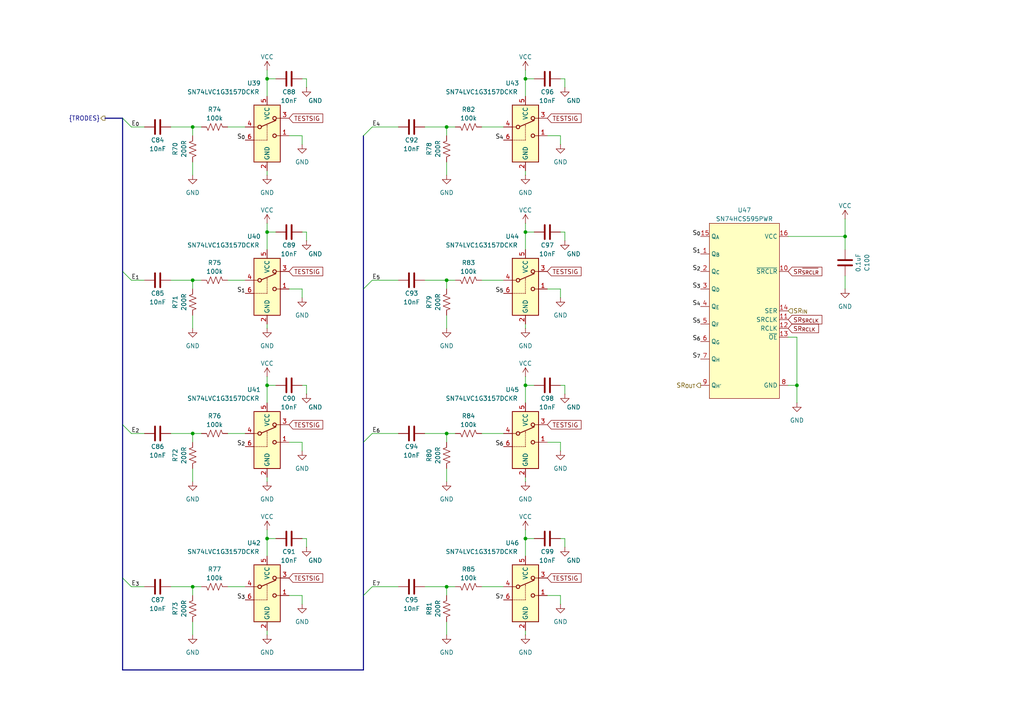
<source format=kicad_sch>
(kicad_sch (version 20250114) (generator "eeschema") (generator_version "9.0")
  (paper "A4")
  (title_block (title "Extracellular Electrophysiology Test Board") (date "2025-03-20") (rev "C") (company "Open Ephys, Inc") (comment 1 "Jonathan P. Newman"))
  (junction (at 152.4 156.21))
  (junction (at 77.47 156.21))
  (junction (at 129.54 81.28))
  (junction (at 129.54 36.83))
  (junction (at 231.14 111.76))
  (junction (at 55.88 81.28))
  (junction (at 77.47 22.86))
  (junction (at 152.4 22.86))
  (junction (at 152.4 111.76))
  (junction (at 77.47 67.31))
  (junction (at 55.88 125.73))
  (junction (at 152.4 67.31))
  (junction (at 129.54 125.73))
  (junction (at 77.47 111.76))
  (junction (at 55.88 36.83))
  (junction (at 129.54 170.18))
  (junction (at 55.88 170.18))
  (junction (at 245.11 68.58))
  (bus_entry (at 105.41 83.82) (size 2.54 -2.54))
  (bus_entry (at 35.56 123.19) (size 2.54 2.54))
  (bus_entry (at 35.56 34.29) (size 2.54 2.54))
  (bus_entry (at 35.56 167.64) (size 2.54 2.54))
  (bus_entry (at 105.41 128.27) (size 2.54 -2.54))
  (bus_entry (at 105.41 172.72) (size 2.54 -2.54))
  (bus_entry (at 35.56 78.74) (size 2.54 2.54))
  (bus_entry (at 105.41 39.37) (size 2.54 -2.54))
  (wire (pts (xy 129.54 81.28) (xy 129.54 83.82)))
  (wire (pts (xy 152.4 109.22) (xy 152.4 111.76)))
  (wire (pts (xy 152.4 95.25) (xy 152.4 93.98)))
  (bus (pts (xy 105.41 83.82) (xy 105.41 128.27)))
  (bus (pts (xy 105.41 39.37) (xy 105.41 83.82)))
  (wire (pts (xy 163.83 22.86) (xy 163.83 25.4)))
  (wire (pts (xy 55.88 91.44) (xy 55.88 95.25)))
  (wire (pts (xy 152.4 67.31) (xy 152.4 72.39)))
  (wire (pts (xy 66.04 36.83) (xy 71.12 36.83)))
  (wire (pts (xy 123.19 36.83) (xy 129.54 36.83)))
  (wire (pts (xy 162.56 156.21) (xy 163.83 156.21)))
  (wire (pts (xy 55.88 36.83) (xy 55.88 39.37)))
  (wire (pts (xy 66.04 81.28) (xy 71.12 81.28)))
  (wire (pts (xy 77.47 67.31) (xy 77.47 72.39)))
  (wire (pts (xy 55.88 36.83) (xy 58.42 36.83)))
  (wire (pts (xy 88.9 67.31) (xy 88.9 69.85)))
  (wire (pts (xy 129.54 46.99) (xy 129.54 50.8)))
  (wire (pts (xy 152.4 139.7) (xy 152.4 138.43)))
  (wire (pts (xy 139.7 125.73) (xy 146.05 125.73)))
  (wire (pts (xy 49.53 36.83) (xy 55.88 36.83)))
  (wire (pts (xy 162.56 83.82) (xy 158.75 83.82)))
  (wire (pts (xy 152.4 67.31) (xy 154.94 67.31)))
  (wire (pts (xy 38.1 81.28) (xy 41.91 81.28)))
  (wire (pts (xy 107.95 36.83) (xy 115.57 36.83)))
  (wire (pts (xy 77.47 156.21) (xy 77.47 161.29)))
  (wire (pts (xy 162.56 172.72) (xy 158.75 172.72)))
  (wire (pts (xy 87.63 67.31) (xy 88.9 67.31)))
  (wire (pts (xy 38.1 170.18) (xy 41.91 170.18)))
  (wire (pts (xy 77.47 50.8) (xy 77.47 49.53)))
  (wire (pts (xy 88.9 156.21) (xy 88.9 158.75)))
  (wire (pts (xy 152.4 64.77) (xy 152.4 67.31)))
  (wire (pts (xy 129.54 125.73) (xy 132.08 125.73)))
  (wire (pts (xy 87.63 83.82) (xy 83.82 83.82)))
  (wire (pts (xy 129.54 81.28) (xy 132.08 81.28)))
  (bus (pts (xy 35.56 167.64) (xy 35.56 194.31)))
  (wire (pts (xy 88.9 22.86) (xy 88.9 25.4)))
  (wire (pts (xy 77.47 139.7) (xy 77.47 138.43)))
  (wire (pts (xy 55.88 180.34) (xy 55.88 184.15)))
  (wire (pts (xy 123.19 81.28) (xy 129.54 81.28)))
  (wire (pts (xy 77.47 109.22) (xy 77.47 111.76)))
  (bus (pts (xy 105.41 128.27) (xy 105.41 172.72)))
  (wire (pts (xy 163.83 67.31) (xy 163.83 69.85)))
  (wire (pts (xy 77.47 67.31) (xy 80.01 67.31)))
  (wire (pts (xy 162.56 86.36) (xy 162.56 83.82)))
  (wire (pts (xy 162.56 128.27) (xy 158.75 128.27)))
  (wire (pts (xy 152.4 184.15) (xy 152.4 182.88)))
  (wire (pts (xy 129.54 135.89) (xy 129.54 139.7)))
  (wire (pts (xy 107.95 125.73) (xy 115.57 125.73)))
  (wire (pts (xy 88.9 111.76) (xy 88.9 114.3)))
  (wire (pts (xy 162.56 67.31) (xy 163.83 67.31)))
  (wire (pts (xy 55.88 46.99) (xy 55.88 50.8)))
  (wire (pts (xy 152.4 111.76) (xy 152.4 116.84)))
  (wire (pts (xy 38.1 36.83) (xy 41.91 36.83)))
  (wire (pts (xy 49.53 170.18) (xy 55.88 170.18)))
  (wire (pts (xy 87.63 86.36) (xy 87.63 83.82)))
  (wire (pts (xy 66.04 170.18) (xy 71.12 170.18)))
  (wire (pts (xy 162.56 22.86) (xy 163.83 22.86)))
  (wire (pts (xy 163.83 111.76) (xy 163.83 114.3)))
  (wire (pts (xy 87.63 130.81) (xy 87.63 128.27)))
  (wire (pts (xy 55.88 170.18) (xy 58.42 170.18)))
  (wire (pts (xy 77.47 95.25) (xy 77.47 93.98)))
  (wire (pts (xy 87.63 41.91) (xy 87.63 39.37)))
  (wire (pts (xy 231.14 97.79) (xy 231.14 111.76)))
  (wire (pts (xy 55.88 170.18) (xy 55.88 172.72)))
  (wire (pts (xy 49.53 125.73) (xy 55.88 125.73)))
  (wire (pts (xy 123.19 170.18) (xy 129.54 170.18)))
  (wire (pts (xy 77.47 111.76) (xy 80.01 111.76)))
  (wire (pts (xy 129.54 180.34) (xy 129.54 184.15)))
  (wire (pts (xy 152.4 22.86) (xy 152.4 27.94)))
  (wire (pts (xy 77.47 184.15) (xy 77.47 182.88)))
  (wire (pts (xy 87.63 175.26) (xy 87.63 172.72)))
  (wire (pts (xy 163.83 156.21) (xy 163.83 158.75)))
  (wire (pts (xy 152.4 22.86) (xy 154.94 22.86)))
  (wire (pts (xy 77.47 20.32) (xy 77.47 22.86)))
  (wire (pts (xy 87.63 111.76) (xy 88.9 111.76)))
  (wire (pts (xy 139.7 170.18) (xy 146.05 170.18)))
  (wire (pts (xy 55.88 125.73) (xy 58.42 125.73)))
  (wire (pts (xy 129.54 36.83) (xy 132.08 36.83)))
  (bus (pts (xy 35.56 78.74) (xy 35.56 123.19)))
  (wire (pts (xy 152.4 111.76) (xy 154.94 111.76)))
  (wire (pts (xy 38.1 125.73) (xy 41.91 125.73)))
  (wire (pts (xy 152.4 50.8) (xy 152.4 49.53)))
  (wire (pts (xy 245.11 80.01) (xy 245.11 83.82)))
  (bus (pts (xy 35.56 34.29) (xy 35.56 78.74)))
  (wire (pts (xy 87.63 22.86) (xy 88.9 22.86)))
  (wire (pts (xy 77.47 22.86) (xy 77.47 27.94)))
  (wire (pts (xy 55.88 81.28) (xy 58.42 81.28)))
  (wire (pts (xy 49.53 81.28) (xy 55.88 81.28)))
  (wire (pts (xy 139.7 36.83) (xy 146.05 36.83)))
  (bus (pts (xy 35.56 123.19) (xy 35.56 167.64)))
  (wire (pts (xy 152.4 156.21) (xy 152.4 161.29)))
  (wire (pts (xy 77.47 64.77) (xy 77.47 67.31)))
  (bus (pts (xy 30.48 34.29) (xy 35.56 34.29)))
  (bus (pts (xy 35.56 194.31) (xy 105.41 194.31)))
  (wire (pts (xy 245.11 68.58) (xy 245.11 72.39)))
  (wire (pts (xy 77.47 156.21) (xy 80.01 156.21)))
  (wire (pts (xy 162.56 41.91) (xy 162.56 39.37)))
  (wire (pts (xy 55.88 135.89) (xy 55.88 139.7)))
  (wire (pts (xy 123.19 125.73) (xy 129.54 125.73)))
  (wire (pts (xy 55.88 81.28) (xy 55.88 83.82)))
  (wire (pts (xy 129.54 170.18) (xy 132.08 170.18)))
  (wire (pts (xy 152.4 153.67) (xy 152.4 156.21)))
  (wire (pts (xy 162.56 130.81) (xy 162.56 128.27)))
  (wire (pts (xy 55.88 125.73) (xy 55.88 128.27)))
  (wire (pts (xy 162.56 39.37) (xy 158.75 39.37)))
  (bus (pts (xy 105.41 172.72) (xy 105.41 194.31)))
  (wire (pts (xy 77.47 22.86) (xy 80.01 22.86)))
  (wire (pts (xy 231.14 111.76) (xy 231.14 116.84)))
  (wire (pts (xy 77.47 111.76) (xy 77.47 116.84)))
  (wire (pts (xy 107.95 170.18) (xy 115.57 170.18)))
  (wire (pts (xy 245.11 68.58) (xy 228.6 68.58)))
  (wire (pts (xy 87.63 172.72) (xy 83.82 172.72)))
  (wire (pts (xy 77.47 153.67) (xy 77.47 156.21)))
  (wire (pts (xy 152.4 20.32) (xy 152.4 22.86)))
  (wire (pts (xy 129.54 125.73) (xy 129.54 128.27)))
  (wire (pts (xy 129.54 36.83) (xy 129.54 39.37)))
  (wire (pts (xy 107.95 81.28) (xy 115.57 81.28)))
  (wire (pts (xy 87.63 39.37) (xy 83.82 39.37)))
  (wire (pts (xy 139.7 81.28) (xy 146.05 81.28)))
  (wire (pts (xy 87.63 156.21) (xy 88.9 156.21)))
  (wire (pts (xy 162.56 111.76) (xy 163.83 111.76)))
  (wire (pts (xy 129.54 170.18) (xy 129.54 172.72)))
  (wire (pts (xy 152.4 156.21) (xy 154.94 156.21)))
  (wire (pts (xy 129.54 91.44) (xy 129.54 95.25)))
  (wire (pts (xy 231.14 111.76) (xy 228.6 111.76)))
  (wire (pts (xy 162.56 175.26) (xy 162.56 172.72)))
  (wire (pts (xy 228.6 97.79) (xy 231.14 97.79)))
  (wire (pts (xy 245.11 63.5) (xy 245.11 68.58)))
  (wire (pts (xy 87.63 128.27) (xy 83.82 128.27)))
  (wire (pts (xy 66.04 125.73) (xy 71.12 125.73)))
  (label "S_{4}" (at 203.2 88.9 180))
  (label "S_{7}" (at 203.2 104.14 180))
  (label "S_{0}" (at 203.2 68.58 180))
  (label "E_{1}" (at 38.1 81.28 0))
  (label "E_{5}" (at 107.95 81.28 0))
  (label "S_{0}" (at 71.12 40.64 180))
  (label "S_{2}" (at 71.12 129.54 180))
  (label "S_{1}" (at 203.2 73.66 180))
  (label "S_{4}" (at 146.05 40.64 180))
  (label "S_{7}" (at 146.05 173.99 180))
  (label "E_{3}" (at 38.1 170.18 0))
  (label "S_{5}" (at 203.2 93.98 180))
  (label "E_{4}" (at 107.95 36.83 0))
  (label "S_{3}" (at 203.2 83.82 180))
  (label "E_{2}" (at 38.1 125.73 0))
  (label "S_{5}" (at 146.05 85.09 180))
  (label "S_{2}" (at 203.2 78.74 180))
  (label "S_{6}" (at 203.2 99.06 180))
  (label "S_{3}" (at 71.12 173.99 180))
  (label "E_{7}" (at 107.95 170.18 0))
  (label "E_{6}" (at 107.95 125.73 0))
  (label "S_{6}" (at 146.05 129.54 180))
  (label "E_{0}" (at 38.1 36.83 0))
  (label "S_{1}" (at 71.12 85.09 180))
  (global_label "TESTSIG" (shape input) (at 158.75 123.19 0) (property "Intersheetrefs" "${INTERSHEET_REFS}" (effects (hide yes))))
  (global_label "TESTSIG" (shape input) (at 83.82 167.64 0) (property "Intersheetrefs" "${INTERSHEET_REFS}" (effects (hide yes))))
  (global_label "TESTSIG" (shape input) (at 83.82 78.74 0) (property "Intersheetrefs" "${INTERSHEET_REFS}" (effects (hide yes))))
  (global_label "SR_{SRCLK}" (shape input) (at 228.6 92.71 0) (property "Intersheetrefs" "${INTERSHEET_REFS}" (effects (hide yes))))
  (global_label "TESTSIG" (shape input) (at 83.82 123.19 0) (property "Intersheetrefs" "${INTERSHEET_REFS}" (effects (hide yes))))
  (global_label "TESTSIG" (shape input) (at 158.75 78.74 0) (property "Intersheetrefs" "${INTERSHEET_REFS}" (effects (hide yes))))
  (global_label "TESTSIG" (shape input) (at 158.75 167.64 0) (property "Intersheetrefs" "${INTERSHEET_REFS}" (effects (hide yes))))
  (global_label "TESTSIG" (shape input) (at 158.75 34.29 0) (property "Intersheetrefs" "${INTERSHEET_REFS}" (effects (hide yes))))
  (global_label "TESTSIG" (shape input) (at 83.82 34.29 0) (property "Intersheetrefs" "${INTERSHEET_REFS}" (effects (hide yes))))
  (global_label "SR_{~{SRCLR}}" (shape input) (at 228.6 78.74 0) (property "Intersheetrefs" "${INTERSHEET_REFS}" (effects (hide yes))))
  (global_label "SR_{RCLK}" (shape input) (at 228.6 95.25 0) (property "Intersheetrefs" "${INTERSHEET_REFS}" (effects (hide yes))))
  (hierarchical_label "SR_{IN}" (shape input) (at 228.6 90.17 0))
  (hierarchical_label "{TRODES}" (shape output) (at 30.48 34.29 180))
  (hierarchical_label "SR_{OUT}" (shape output) (at 203.2 111.76 180))
  (symbol (lib_id "Device:C") (at 119.38 81.28 90) (unit 1)
    (property "Reference" "C25" (at 119.38 85.09 90))
    (property "Value" "10nF" (at 119.38 87.63 90))
    (property "Footprint" "Capacitor_SMD:C_0402_1005Metric" (effects (hide yes)))
    (property "Description" "Unpolarized capacitor" (effects (hide yes)))
    (property "TempCo" "X7R" (effects (hide yes)))
    (property "MPN" "GRM155R71E103KA01D" (effects (hide yes)))
    (property "OEPSPN" "OEPS010067" (effects (hide yes)))
    (instances (project "ephys-test-board" (path "" (reference "C93") (unit 1)) (path "" (reference "C42") (unit 1)) (path "" (reference "C25") (unit 1)) (path "" (reference "C110") (unit 1)) (path "" (reference "C127") (unit 1)) (path "" (reference "C161") (unit 1)) (path "" (reference "C246") (unit 1)) (path "" (reference "C144") (unit 1)) (path "" (reference "C76") (unit 1)) (path "" (reference "C263") (unit 1)) (path "" (reference "C280") (unit 1)) (path "" (reference "C229") (unit 1)) (path "" (reference "C178") (unit 1)) (path "" (reference "C195") (unit 1)) (path "" (reference "C212") (unit 1)) (path "" (reference "C59") (unit 1))))
  )
  (symbol (lib_id "power:VCC") (at 152.4 109.22 0) (mirror y) (unit 1)
    (property "Reference" "#PWR060" (effects (hide yes)))
    (property "Value" "VCC" (at 152.4 105.41 0))
    (property "Description" "Power symbol creates a global label with name \"VCC\"" (effects (hide yes)))
    (instances (project "ephys-test-board" (path "" (reference "#PWR0232") (unit 1)) (path "" (reference "#PWR0103") (unit 1)) (path "" (reference "#PWR060") (unit 1)) (path "" (reference "#PWR0275") (unit 1)) (path "" (reference "#PWR0318") (unit 1)) (path "" (reference "#PWR0404") (unit 1)) (path "" (reference "#PWR0619") (unit 1)) (path "" (reference "#PWR0361") (unit 1)) (path "" (reference "#PWR0189") (unit 1)) (path "" (reference "#PWR0662") (unit 1)) (path "" (reference "#PWR0705") (unit 1)) (path "" (reference "#PWR0576") (unit 1)) (path "" (reference "#PWR0447") (unit 1)) (path "" (reference "#PWR0490") (unit 1)) (path "" (reference "#PWR0533") (unit 1)) (path "" (reference "#PWR0146") (unit 1))))
  )
  (symbol (lib_id "power:VCC") (at 77.47 153.67 0) (mirror y) (unit 1)
    (property "Reference" "#PWR042" (effects (hide yes)))
    (property "Value" "VCC" (at 77.47 149.86 0))
    (property "Description" "Power symbol creates a global label with name \"VCC\"" (effects (hide yes)))
    (instances (project "ephys-test-board" (path "" (reference "#PWR0214") (unit 1)) (path "" (reference "#PWR085") (unit 1)) (path "" (reference "#PWR042") (unit 1)) (path "" (reference "#PWR0257") (unit 1)) (path "" (reference "#PWR0300") (unit 1)) (path "" (reference "#PWR0386") (unit 1)) (path "" (reference "#PWR0601") (unit 1)) (path "" (reference "#PWR0343") (unit 1)) (path "" (reference "#PWR0171") (unit 1)) (path "" (reference "#PWR0644") (unit 1)) (path "" (reference "#PWR0687") (unit 1)) (path "" (reference "#PWR0558") (unit 1)) (path "" (reference "#PWR0429") (unit 1)) (path "" (reference "#PWR0472") (unit 1)) (path "" (reference "#PWR0515") (unit 1)) (path "" (reference "#PWR0128") (unit 1))))
  )
  (symbol (lib_id "Device:C") (at 45.72 170.18 90) (unit 1)
    (property "Reference" "C19" (at 45.72 173.99 90))
    (property "Value" "10nF" (at 45.72 176.53 90))
    (property "Footprint" "Capacitor_SMD:C_0402_1005Metric" (effects (hide yes)))
    (property "Description" "Unpolarized capacitor" (effects (hide yes)))
    (property "TempCo" "X7R" (effects (hide yes)))
    (property "MPN" "GRM155R71E103KA01D" (effects (hide yes)))
    (property "OEPSPN" "OEPS010067" (effects (hide yes)))
    (instances (project "ephys-test-board" (path "" (reference "C87") (unit 1)) (path "" (reference "C36") (unit 1)) (path "" (reference "C19") (unit 1)) (path "" (reference "C104") (unit 1)) (path "" (reference "C121") (unit 1)) (path "" (reference "C155") (unit 1)) (path "" (reference "C240") (unit 1)) (path "" (reference "C138") (unit 1)) (path "" (reference "C70") (unit 1)) (path "" (reference "C257") (unit 1)) (path "" (reference "C274") (unit 1)) (path "" (reference "C223") (unit 1)) (path "" (reference "C172") (unit 1)) (path "" (reference "C189") (unit 1)) (path "" (reference "C206") (unit 1)) (path "" (reference "C53") (unit 1))))
  )
  (symbol (lib_id "Device:R_US") (at 135.89 170.18 270) (mirror x) (unit 1)
    (property "Reference" "R21" (at 135.89 165.1 90))
    (property "Value" "100k" (at 135.89 167.64 90))
    (property "Footprint" "Resistor_SMD:R_0402_1005Metric" (effects (hide yes)))
    (property "Description" "Resistor, US symbol" (effects (hide yes)))
    (property "Tolerance" "0.1%" (effects (hide yes)))
    (property "MPN" "RG1005P-104-B-T5" (effects (hide yes)))
    (property "OEPSPN" "OEPS020175" (effects (hide yes)))
    (instances (project "ephys-test-board" (path "" (reference "R85") (unit 1)) (path "" (reference "R37") (unit 1)) (path "" (reference "R21") (unit 1)) (path "" (reference "R101") (unit 1)) (path "" (reference "R117") (unit 1)) (path "" (reference "R149") (unit 1)) (path "" (reference "R229") (unit 1)) (path "" (reference "R133") (unit 1)) (path "" (reference "R69") (unit 1)) (path "" (reference "R245") (unit 1)) (path "" (reference "R261") (unit 1)) (path "" (reference "R213") (unit 1)) (path "" (reference "R165") (unit 1)) (path "" (reference "R181") (unit 1)) (path "" (reference "R197") (unit 1)) (path "" (reference "R53") (unit 1))))
  )
  (symbol (lib_id "power:GND") (at 231.14 116.84 0) (unit 1)
    (property "Reference" "#PWR074" (effects (hide yes)))
    (property "Value" "GND" (at 231.14 121.92 0))
    (property "Description" "Power symbol creates a global label with name \"GND\" , ground" (effects (hide yes)))
    (instances (project "ephys-test-board" (path "" (reference "#PWR0246") (unit 1)) (path "" (reference "#PWR0117") (unit 1)) (path "" (reference "#PWR074") (unit 1)) (path "" (reference "#PWR0289") (unit 1)) (path "" (reference "#PWR0332") (unit 1)) (path "" (reference "#PWR0418") (unit 1)) (path "" (reference "#PWR0633") (unit 1)) (path "" (reference "#PWR0375") (unit 1)) (path "" (reference "#PWR0203") (unit 1)) (path "" (reference "#PWR0676") (unit 1)) (path "" (reference "#PWR0719") (unit 1)) (path "" (reference "#PWR0590") (unit 1)) (path "" (reference "#PWR0461") (unit 1)) (path "" (reference "#PWR0504") (unit 1)) (path "" (reference "#PWR0547") (unit 1)) (path "" (reference "#PWR0160") (unit 1))))
  )
  (symbol (lib_id "power:GND") (at 87.63 41.91 0) (mirror y) (unit 1)
    (property "Reference" "#PWR044" (effects (hide yes)))
    (property "Value" "GND" (at 87.63 46.99 0))
    (property "Description" "Power symbol creates a global label with name \"GND\" , ground" (effects (hide yes)))
    (instances (project "ephys-test-board" (path "" (reference "#PWR0216") (unit 1)) (path "" (reference "#PWR087") (unit 1)) (path "" (reference "#PWR044") (unit 1)) (path "" (reference "#PWR0259") (unit 1)) (path "" (reference "#PWR0302") (unit 1)) (path "" (reference "#PWR0388") (unit 1)) (path "" (reference "#PWR0603") (unit 1)) (path "" (reference "#PWR0345") (unit 1)) (path "" (reference "#PWR0173") (unit 1)) (path "" (reference "#PWR0646") (unit 1)) (path "" (reference "#PWR0689") (unit 1)) (path "" (reference "#PWR0560") (unit 1)) (path "" (reference "#PWR0431") (unit 1)) (path "" (reference "#PWR0474") (unit 1)) (path "" (reference "#PWR0517") (unit 1)) (path "" (reference "#PWR0130") (unit 1))))
  )
  (symbol (lib_id "open-ephys:SN74LVC1G3157DCKR") (at 152.4 127 0) (unit 1)
    (property "Reference" "U9" (at 148.59 113.03 0))
    (property "Value" "SN74LVC1G3157DCKR" (at 139.7 115.57 0))
    (property "Footprint" "Package_TO_SOT_SMD:SOT-363_SC-70-6" (effects (hide yes)))
    (property "Datasheet" "https://www.ti.com/lit/ds/symlink/sn74lvc1g3157.pdf?HQS=dis-dk-null-digikeymode-dsf-pf-null-wwe&ts=1702261952416&ref_url=https%253A%252F%252Fwww.ti.com%252Fgeneral%252Fdocs%252Fsuppproductinfo.tsp%253FdistId%253D10%2526gotoUrl%253Dhttps%253A%252F%252Fwww.ti.com%252Flit%252Fgpn%252Fsn74lvc1g3157" (effects (hide yes)))
    (property "Description" "Single-Pole Double-Throw Analog Switch" (effects (hide yes)))
    (property "MPN" "SN74LVC1G3157DCKR" (effects (hide yes)))
    (property "OEPSPN" "OEPS080161" (effects (hide yes)))
    (instances (project "ephys-test-board" (path "" (reference "U45") (unit 1)) (path "" (reference "U18") (unit 1)) (path "" (reference "U9") (unit 1)) (path "" (reference "U54") (unit 1)) (path "" (reference "U63") (unit 1)) (path "" (reference "U81") (unit 1)) (path "" (reference "U126") (unit 1)) (path "" (reference "U72") (unit 1)) (path "" (reference "U36") (unit 1)) (path "" (reference "U135") (unit 1)) (path "" (reference "U144") (unit 1)) (path "" (reference "U117") (unit 1)) (path "" (reference "U90") (unit 1)) (path "" (reference "U99") (unit 1)) (path "" (reference "U108") (unit 1)) (path "" (reference "U27") (unit 1))))
  )
  (symbol (lib_id "Device:C") (at 83.82 22.86 90) (unit 1)
    (property "Reference" "C20" (at 83.82 26.67 90))
    (property "Value" "10nF" (at 83.82 29.21 90))
    (property "Footprint" "Capacitor_SMD:C_0402_1005Metric" (effects (hide yes)))
    (property "Description" "Unpolarized capacitor" (effects (hide yes)))
    (property "TempCo" "X7R" (effects (hide yes)))
    (property "MPN" "GRM155R71E103KA01D" (effects (hide yes)))
    (property "OEPSPN" "OEPS010067" (effects (hide yes)))
    (instances (project "ephys-test-board" (path "" (reference "C88") (unit 1)) (path "" (reference "C37") (unit 1)) (path "" (reference "C20") (unit 1)) (path "" (reference "C105") (unit 1)) (path "" (reference "C122") (unit 1)) (path "" (reference "C156") (unit 1)) (path "" (reference "C241") (unit 1)) (path "" (reference "C139") (unit 1)) (path "" (reference "C71") (unit 1)) (path "" (reference "C258") (unit 1)) (path "" (reference "C275") (unit 1)) (path "" (reference "C224") (unit 1)) (path "" (reference "C173") (unit 1)) (path "" (reference "C190") (unit 1)) (path "" (reference "C207") (unit 1)) (path "" (reference "C54") (unit 1))))
  )
  (symbol (lib_id "Device:R_US") (at 55.88 176.53 0) (mirror y) (unit 1)
    (property "Reference" "R9" (at 50.8 176.53 90))
    (property "Value" "200R" (at 53.34 176.53 90))
    (property "Footprint" "Resistor_SMD:R_0402_1005Metric" (effects (hide yes)))
    (property "Description" "Resistor, US symbol" (effects (hide yes)))
    (property "Tolerance" "0.1%" (effects (hide yes)))
    (property "MPN" "ERA-2AEB201X" (effects (hide yes)))
    (property "OEPSPN" "OEPS020171" (effects (hide yes)))
    (instances (project "ephys-test-board" (path "" (reference "R73") (unit 1)) (path "" (reference "R25") (unit 1)) (path "" (reference "R9") (unit 1)) (path "" (reference "R89") (unit 1)) (path "" (reference "R105") (unit 1)) (path "" (reference "R137") (unit 1)) (path "" (reference "R217") (unit 1)) (path "" (reference "R121") (unit 1)) (path "" (reference "R57") (unit 1)) (path "" (reference "R233") (unit 1)) (path "" (reference "R249") (unit 1)) (path "" (reference "R201") (unit 1)) (path "" (reference "R153") (unit 1)) (path "" (reference "R169") (unit 1)) (path "" (reference "R185") (unit 1)) (path "" (reference "R41") (unit 1))))
  )
  (symbol (lib_id "Device:R_US") (at 62.23 81.28 270) (mirror x) (unit 1)
    (property "Reference" "R11" (at 62.23 76.2 90))
    (property "Value" "100k" (at 62.23 78.74 90))
    (property "Footprint" "Resistor_SMD:R_0402_1005Metric" (effects (hide yes)))
    (property "Description" "Resistor, US symbol" (effects (hide yes)))
    (property "Tolerance" "0.1%" (effects (hide yes)))
    (property "MPN" "RG1005P-104-B-T5" (effects (hide yes)))
    (property "OEPSPN" "OEPS020175" (effects (hide yes)))
    (instances (project "ephys-test-board" (path "" (reference "R75") (unit 1)) (path "" (reference "R27") (unit 1)) (path "" (reference "R11") (unit 1)) (path "" (reference "R91") (unit 1)) (path "" (reference "R107") (unit 1)) (path "" (reference "R139") (unit 1)) (path "" (reference "R219") (unit 1)) (path "" (reference "R123") (unit 1)) (path "" (reference "R59") (unit 1)) (path "" (reference "R235") (unit 1)) (path "" (reference "R251") (unit 1)) (path "" (reference "R203") (unit 1)) (path "" (reference "R155") (unit 1)) (path "" (reference "R171") (unit 1)) (path "" (reference "R187") (unit 1)) (path "" (reference "R43") (unit 1))))
  )
  (symbol (lib_id "power:VCC") (at 152.4 153.67 0) (mirror y) (unit 1)
    (property "Reference" "#PWR062" (effects (hide yes)))
    (property "Value" "VCC" (at 152.4 149.86 0))
    (property "Description" "Power symbol creates a global label with name \"VCC\"" (effects (hide yes)))
    (instances (project "ephys-test-board" (path "" (reference "#PWR0234") (unit 1)) (path "" (reference "#PWR0105") (unit 1)) (path "" (reference "#PWR062") (unit 1)) (path "" (reference "#PWR0277") (unit 1)) (path "" (reference "#PWR0320") (unit 1)) (path "" (reference "#PWR0406") (unit 1)) (path "" (reference "#PWR0621") (unit 1)) (path "" (reference "#PWR0363") (unit 1)) (path "" (reference "#PWR0191") (unit 1)) (path "" (reference "#PWR0664") (unit 1)) (path "" (reference "#PWR0707") (unit 1)) (path "" (reference "#PWR0578") (unit 1)) (path "" (reference "#PWR0449") (unit 1)) (path "" (reference "#PWR0492") (unit 1)) (path "" (reference "#PWR0535") (unit 1)) (path "" (reference "#PWR0148") (unit 1))))
  )
  (symbol (lib_id "Device:R_US") (at 62.23 36.83 270) (mirror x) (unit 1)
    (property "Reference" "R10" (at 62.23 31.75 90))
    (property "Value" "100k" (at 62.23 34.29 90))
    (property "Footprint" "Resistor_SMD:R_0402_1005Metric" (effects (hide yes)))
    (property "Description" "Resistor, US symbol" (effects (hide yes)))
    (property "Tolerance" "0.1%" (effects (hide yes)))
    (property "MPN" "RG1005P-104-B-T5" (effects (hide yes)))
    (property "OEPSPN" "OEPS020175" (effects (hide yes)))
    (instances (project "ephys-test-board" (path "" (reference "R74") (unit 1)) (path "" (reference "R26") (unit 1)) (path "" (reference "R10") (unit 1)) (path "" (reference "R90") (unit 1)) (path "" (reference "R106") (unit 1)) (path "" (reference "R138") (unit 1)) (path "" (reference "R218") (unit 1)) (path "" (reference "R122") (unit 1)) (path "" (reference "R58") (unit 1)) (path "" (reference "R234") (unit 1)) (path "" (reference "R250") (unit 1)) (path "" (reference "R202") (unit 1)) (path "" (reference "R154") (unit 1)) (path "" (reference "R170") (unit 1)) (path "" (reference "R186") (unit 1)) (path "" (reference "R42") (unit 1))))
  )
  (symbol (lib_id "Device:R_US") (at 55.88 43.18 0) (mirror y) (unit 1)
    (property "Reference" "R6" (at 50.8 43.18 90))
    (property "Value" "200R" (at 53.34 43.18 90))
    (property "Footprint" "Resistor_SMD:R_0402_1005Metric" (effects (hide yes)))
    (property "Description" "Resistor, US symbol" (effects (hide yes)))
    (property "Tolerance" "0.1%" (effects (hide yes)))
    (property "MPN" "ERA-2AEB201X" (effects (hide yes)))
    (property "OEPSPN" "OEPS020171" (effects (hide yes)))
    (instances (project "ephys-test-board" (path "" (reference "R70") (unit 1)) (path "" (reference "R22") (unit 1)) (path "" (reference "R6") (unit 1)) (path "" (reference "R86") (unit 1)) (path "" (reference "R102") (unit 1)) (path "" (reference "R134") (unit 1)) (path "" (reference "R214") (unit 1)) (path "" (reference "R118") (unit 1)) (path "" (reference "R54") (unit 1)) (path "" (reference "R230") (unit 1)) (path "" (reference "R246") (unit 1)) (path "" (reference "R198") (unit 1)) (path "" (reference "R150") (unit 1)) (path "" (reference "R166") (unit 1)) (path "" (reference "R182") (unit 1)) (path "" (reference "R38") (unit 1))))
  )
  (symbol (lib_id "Device:C") (at 245.11 76.2 0) (unit 1)
    (property "Reference" "C32" (at 251.46 76.2 90))
    (property "Value" "0.1uF" (at 248.92 76.2 90))
    (property "Footprint" "Capacitor_SMD:C_0402_1005Metric" (effects (hide yes)))
    (property "Description" "Unpolarized capacitor" (effects (hide yes)))
    (property "TempCo" "X7R" (effects (hide yes)))
    (property "MPN" "C1005X7R1E104K050BB" (effects (hide yes)))
    (property "OEPSPN" "OEPS010050" (effects (hide yes)))
    (instances (project "ephys-test-board" (path "" (reference "C100") (unit 1)) (path "" (reference "C49") (unit 1)) (path "" (reference "C32") (unit 1)) (path "" (reference "C117") (unit 1)) (path "" (reference "C134") (unit 1)) (path "" (reference "C168") (unit 1)) (path "" (reference "C253") (unit 1)) (path "" (reference "C151") (unit 1)) (path "" (reference "C83") (unit 1)) (path "" (reference "C270") (unit 1)) (path "" (reference "C287") (unit 1)) (path "" (reference "C236") (unit 1)) (path "" (reference "C185") (unit 1)) (path "" (reference "C202") (unit 1)) (path "" (reference "C219") (unit 1)) (path "" (reference "C66") (unit 1))))
  )
  (symbol (lib_id "Device:R_US") (at 129.54 176.53 0) (mirror y) (unit 1)
    (property "Reference" "R17" (at 124.46 176.53 90))
    (property "Value" "200R" (at 127 176.53 90))
    (property "Footprint" "Resistor_SMD:R_0402_1005Metric" (effects (hide yes)))
    (property "Description" "Resistor, US symbol" (effects (hide yes)))
    (property "Tolerance" "0.1%" (effects (hide yes)))
    (property "MPN" "ERA-2AEB201X" (effects (hide yes)))
    (property "OEPSPN" "OEPS020171" (effects (hide yes)))
    (instances (project "ephys-test-board" (path "" (reference "R81") (unit 1)) (path "" (reference "R33") (unit 1)) (path "" (reference "R17") (unit 1)) (path "" (reference "R97") (unit 1)) (path "" (reference "R113") (unit 1)) (path "" (reference "R145") (unit 1)) (path "" (reference "R225") (unit 1)) (path "" (reference "R129") (unit 1)) (path "" (reference "R65") (unit 1)) (path "" (reference "R241") (unit 1)) (path "" (reference "R257") (unit 1)) (path "" (reference "R209") (unit 1)) (path "" (reference "R161") (unit 1)) (path "" (reference "R177") (unit 1)) (path "" (reference "R193") (unit 1)) (path "" (reference "R49") (unit 1))))
  )
  (symbol (lib_id "Device:C") (at 83.82 111.76 90) (unit 1)
    (property "Reference" "C22" (at 83.82 115.57 90))
    (property "Value" "10nF" (at 83.82 118.11 90))
    (property "Footprint" "Capacitor_SMD:C_0402_1005Metric" (effects (hide yes)))
    (property "Description" "Unpolarized capacitor" (effects (hide yes)))
    (property "TempCo" "X7R" (effects (hide yes)))
    (property "MPN" "GRM155R71E103KA01D" (effects (hide yes)))
    (property "OEPSPN" "OEPS010067" (effects (hide yes)))
    (instances (project "ephys-test-board" (path "" (reference "C90") (unit 1)) (path "" (reference "C39") (unit 1)) (path "" (reference "C22") (unit 1)) (path "" (reference "C107") (unit 1)) (path "" (reference "C124") (unit 1)) (path "" (reference "C158") (unit 1)) (path "" (reference "C243") (unit 1)) (path "" (reference "C141") (unit 1)) (path "" (reference "C73") (unit 1)) (path "" (reference "C260") (unit 1)) (path "" (reference "C277") (unit 1)) (path "" (reference "C226") (unit 1)) (path "" (reference "C175") (unit 1)) (path "" (reference "C192") (unit 1)) (path "" (reference "C209") (unit 1)) (path "" (reference "C56") (unit 1))))
  )
  (symbol (lib_id "power:GND") (at 162.56 41.91 0) (mirror y) (unit 1)
    (property "Reference" "#PWR064" (effects (hide yes)))
    (property "Value" "GND" (at 162.56 46.99 0))
    (property "Description" "Power symbol creates a global label with name \"GND\" , ground" (effects (hide yes)))
    (instances (project "ephys-test-board" (path "" (reference "#PWR0236") (unit 1)) (path "" (reference "#PWR0107") (unit 1)) (path "" (reference "#PWR064") (unit 1)) (path "" (reference "#PWR0279") (unit 1)) (path "" (reference "#PWR0322") (unit 1)) (path "" (reference "#PWR0408") (unit 1)) (path "" (reference "#PWR0623") (unit 1)) (path "" (reference "#PWR0365") (unit 1)) (path "" (reference "#PWR0193") (unit 1)) (path "" (reference "#PWR0666") (unit 1)) (path "" (reference "#PWR0709") (unit 1)) (path "" (reference "#PWR0580") (unit 1)) (path "" (reference "#PWR0451") (unit 1)) (path "" (reference "#PWR0494") (unit 1)) (path "" (reference "#PWR0537") (unit 1)) (path "" (reference "#PWR0150") (unit 1))))
  )
  (symbol (lib_id "power:GND") (at 245.11 83.82 0) (unit 1)
    (property "Reference" "#PWR073" (effects (hide yes)))
    (property "Value" "GND" (at 245.11 88.9 0))
    (property "Description" "Power symbol creates a global label with name \"GND\" , ground" (effects (hide yes)))
    (instances (project "ephys-test-board" (path "" (reference "#PWR0245") (unit 1)) (path "" (reference "#PWR0116") (unit 1)) (path "" (reference "#PWR073") (unit 1)) (path "" (reference "#PWR0288") (unit 1)) (path "" (reference "#PWR0331") (unit 1)) (path "" (reference "#PWR0417") (unit 1)) (path "" (reference "#PWR0632") (unit 1)) (path "" (reference "#PWR0374") (unit 1)) (path "" (reference "#PWR0202") (unit 1)) (path "" (reference "#PWR0675") (unit 1)) (path "" (reference "#PWR0718") (unit 1)) (path "" (reference "#PWR0589") (unit 1)) (path "" (reference "#PWR0460") (unit 1)) (path "" (reference "#PWR0503") (unit 1)) (path "" (reference "#PWR0546") (unit 1)) (path "" (reference "#PWR0159") (unit 1))))
  )
  (symbol (lib_id "power:VCC") (at 152.4 64.77 0) (mirror y) (unit 1)
    (property "Reference" "#PWR058" (effects (hide yes)))
    (property "Value" "VCC" (at 152.4 60.96 0))
    (property "Description" "Power symbol creates a global label with name \"VCC\"" (effects (hide yes)))
    (instances (project "ephys-test-board" (path "" (reference "#PWR0230") (unit 1)) (path "" (reference "#PWR0101") (unit 1)) (path "" (reference "#PWR058") (unit 1)) (path "" (reference "#PWR0273") (unit 1)) (path "" (reference "#PWR0316") (unit 1)) (path "" (reference "#PWR0402") (unit 1)) (path "" (reference "#PWR0617") (unit 1)) (path "" (reference "#PWR0359") (unit 1)) (path "" (reference "#PWR0187") (unit 1)) (path "" (reference "#PWR0660") (unit 1)) (path "" (reference "#PWR0703") (unit 1)) (path "" (reference "#PWR0574") (unit 1)) (path "" (reference "#PWR0445") (unit 1)) (path "" (reference "#PWR0488") (unit 1)) (path "" (reference "#PWR0531") (unit 1)) (path "" (reference "#PWR0144") (unit 1))))
  )
  (symbol (lib_id "Device:R_US") (at 129.54 132.08 0) (mirror y) (unit 1)
    (property "Reference" "R16" (at 124.46 132.08 90))
    (property "Value" "200R" (at 127 132.08 90))
    (property "Footprint" "Resistor_SMD:R_0402_1005Metric" (effects (hide yes)))
    (property "Description" "Resistor, US symbol" (effects (hide yes)))
    (property "Tolerance" "0.1%" (effects (hide yes)))
    (property "MPN" "ERA-2AEB201X" (effects (hide yes)))
    (property "OEPSPN" "OEPS020171" (effects (hide yes)))
    (instances (project "ephys-test-board" (path "" (reference "R80") (unit 1)) (path "" (reference "R32") (unit 1)) (path "" (reference "R16") (unit 1)) (path "" (reference "R96") (unit 1)) (path "" (reference "R112") (unit 1)) (path "" (reference "R144") (unit 1)) (path "" (reference "R224") (unit 1)) (path "" (reference "R128") (unit 1)) (path "" (reference "R64") (unit 1)) (path "" (reference "R240") (unit 1)) (path "" (reference "R256") (unit 1)) (path "" (reference "R208") (unit 1)) (path "" (reference "R160") (unit 1)) (path "" (reference "R176") (unit 1)) (path "" (reference "R192") (unit 1)) (path "" (reference "R48") (unit 1))))
  )
  (symbol (lib_id "power:GND") (at 88.9 25.4 0) (mirror y) (unit 1)
    (property "Reference" "#PWR048" (effects (hide yes)))
    (property "Value" "GND" (at 91.44 29.21 0))
    (property "Description" "Power symbol creates a global label with name \"GND\" , ground" (effects (hide yes)))
    (instances (project "ephys-test-board" (path "" (reference "#PWR0220") (unit 1)) (path "" (reference "#PWR091") (unit 1)) (path "" (reference "#PWR048") (unit 1)) (path "" (reference "#PWR0263") (unit 1)) (path "" (reference "#PWR0306") (unit 1)) (path "" (reference "#PWR0392") (unit 1)) (path "" (reference "#PWR0607") (unit 1)) (path "" (reference "#PWR0349") (unit 1)) (path "" (reference "#PWR0177") (unit 1)) (path "" (reference "#PWR0650") (unit 1)) (path "" (reference "#PWR0693") (unit 1)) (path "" (reference "#PWR0564") (unit 1)) (path "" (reference "#PWR0435") (unit 1)) (path "" (reference "#PWR0478") (unit 1)) (path "" (reference "#PWR0521") (unit 1)) (path "" (reference "#PWR0134") (unit 1))))
  )
  (symbol (lib_id "power:GND") (at 152.4 184.15 0) (mirror y) (unit 1)
    (property "Reference" "#PWR063" (effects (hide yes)))
    (property "Value" "GND" (at 152.4 189.23 0))
    (property "Description" "Power symbol creates a global label with name \"GND\" , ground" (effects (hide yes)))
    (instances (project "ephys-test-board" (path "" (reference "#PWR0235") (unit 1)) (path "" (reference "#PWR0106") (unit 1)) (path "" (reference "#PWR063") (unit 1)) (path "" (reference "#PWR0278") (unit 1)) (path "" (reference "#PWR0321") (unit 1)) (path "" (reference "#PWR0407") (unit 1)) (path "" (reference "#PWR0622") (unit 1)) (path "" (reference "#PWR0364") (unit 1)) (path "" (reference "#PWR0192") (unit 1)) (path "" (reference "#PWR0665") (unit 1)) (path "" (reference "#PWR0708") (unit 1)) (path "" (reference "#PWR0579") (unit 1)) (path "" (reference "#PWR0450") (unit 1)) (path "" (reference "#PWR0493") (unit 1)) (path "" (reference "#PWR0536") (unit 1)) (path "" (reference "#PWR0149") (unit 1))))
  )
  (symbol (lib_id "power:GND") (at 162.56 175.26 0) (mirror y) (unit 1)
    (property "Reference" "#PWR067" (effects (hide yes)))
    (property "Value" "GND" (at 162.56 180.34 0))
    (property "Description" "Power symbol creates a global label with name \"GND\" , ground" (effects (hide yes)))
    (instances (project "ephys-test-board" (path "" (reference "#PWR0239") (unit 1)) (path "" (reference "#PWR0110") (unit 1)) (path "" (reference "#PWR067") (unit 1)) (path "" (reference "#PWR0282") (unit 1)) (path "" (reference "#PWR0325") (unit 1)) (path "" (reference "#PWR0411") (unit 1)) (path "" (reference "#PWR0626") (unit 1)) (path "" (reference "#PWR0368") (unit 1)) (path "" (reference "#PWR0196") (unit 1)) (path "" (reference "#PWR0669") (unit 1)) (path "" (reference "#PWR0712") (unit 1)) (path "" (reference "#PWR0583") (unit 1)) (path "" (reference "#PWR0454") (unit 1)) (path "" (reference "#PWR0497") (unit 1)) (path "" (reference "#PWR0540") (unit 1)) (path "" (reference "#PWR0153") (unit 1))))
  )
  (symbol (lib_id "power:GND") (at 77.47 184.15 0) (mirror y) (unit 1)
    (property "Reference" "#PWR043" (effects (hide yes)))
    (property "Value" "GND" (at 77.47 189.23 0))
    (property "Description" "Power symbol creates a global label with name \"GND\" , ground" (effects (hide yes)))
    (instances (project "ephys-test-board" (path "" (reference "#PWR0215") (unit 1)) (path "" (reference "#PWR086") (unit 1)) (path "" (reference "#PWR043") (unit 1)) (path "" (reference "#PWR0258") (unit 1)) (path "" (reference "#PWR0301") (unit 1)) (path "" (reference "#PWR0387") (unit 1)) (path "" (reference "#PWR0602") (unit 1)) (path "" (reference "#PWR0344") (unit 1)) (path "" (reference "#PWR0172") (unit 1)) (path "" (reference "#PWR0645") (unit 1)) (path "" (reference "#PWR0688") (unit 1)) (path "" (reference "#PWR0559") (unit 1)) (path "" (reference "#PWR0430") (unit 1)) (path "" (reference "#PWR0473") (unit 1)) (path "" (reference "#PWR0516") (unit 1)) (path "" (reference "#PWR0129") (unit 1))))
  )
  (symbol (lib_id "Device:C") (at 158.75 22.86 90) (unit 1)
    (property "Reference" "C28" (at 158.75 26.67 90))
    (property "Value" "10nF" (at 158.75 29.21 90))
    (property "Footprint" "Capacitor_SMD:C_0402_1005Metric" (effects (hide yes)))
    (property "Description" "Unpolarized capacitor" (effects (hide yes)))
    (property "TempCo" "X7R" (effects (hide yes)))
    (property "MPN" "GRM155R71E103KA01D" (effects (hide yes)))
    (property "OEPSPN" "OEPS010067" (effects (hide yes)))
    (instances (project "ephys-test-board" (path "" (reference "C96") (unit 1)) (path "" (reference "C45") (unit 1)) (path "" (reference "C28") (unit 1)) (path "" (reference "C113") (unit 1)) (path "" (reference "C130") (unit 1)) (path "" (reference "C164") (unit 1)) (path "" (reference "C249") (unit 1)) (path "" (reference "C147") (unit 1)) (path "" (reference "C79") (unit 1)) (path "" (reference "C266") (unit 1)) (path "" (reference "C283") (unit 1)) (path "" (reference "C232") (unit 1)) (path "" (reference "C181") (unit 1)) (path "" (reference "C198") (unit 1)) (path "" (reference "C215") (unit 1)) (path "" (reference "C62") (unit 1))))
  )
  (symbol (lib_id "power:GND") (at 162.56 86.36 0) (mirror y) (unit 1)
    (property "Reference" "#PWR065" (effects (hide yes)))
    (property "Value" "GND" (at 162.56 91.44 0))
    (property "Description" "Power symbol creates a global label with name \"GND\" , ground" (effects (hide yes)))
    (instances (project "ephys-test-board" (path "" (reference "#PWR0237") (unit 1)) (path "" (reference "#PWR0108") (unit 1)) (path "" (reference "#PWR065") (unit 1)) (path "" (reference "#PWR0280") (unit 1)) (path "" (reference "#PWR0323") (unit 1)) (path "" (reference "#PWR0409") (unit 1)) (path "" (reference "#PWR0624") (unit 1)) (path "" (reference "#PWR0366") (unit 1)) (path "" (reference "#PWR0194") (unit 1)) (path "" (reference "#PWR0667") (unit 1)) (path "" (reference "#PWR0710") (unit 1)) (path "" (reference "#PWR0581") (unit 1)) (path "" (reference "#PWR0452") (unit 1)) (path "" (reference "#PWR0495") (unit 1)) (path "" (reference "#PWR0538") (unit 1)) (path "" (reference "#PWR0151") (unit 1))))
  )
  (symbol (lib_id "power:GND") (at 77.47 50.8 0) (mirror y) (unit 1)
    (property "Reference" "#PWR037" (effects (hide yes)))
    (property "Value" "GND" (at 77.47 55.88 0))
    (property "Description" "Power symbol creates a global label with name \"GND\" , ground" (effects (hide yes)))
    (instances (project "ephys-test-board" (path "" (reference "#PWR0209") (unit 1)) (path "" (reference "#PWR080") (unit 1)) (path "" (reference "#PWR037") (unit 1)) (path "" (reference "#PWR0252") (unit 1)) (path "" (reference "#PWR0295") (unit 1)) (path "" (reference "#PWR0381") (unit 1)) (path "" (reference "#PWR0596") (unit 1)) (path "" (reference "#PWR0338") (unit 1)) (path "" (reference "#PWR0166") (unit 1)) (path "" (reference "#PWR0639") (unit 1)) (path "" (reference "#PWR0682") (unit 1)) (path "" (reference "#PWR0553") (unit 1)) (path "" (reference "#PWR0424") (unit 1)) (path "" (reference "#PWR0467") (unit 1)) (path "" (reference "#PWR0510") (unit 1)) (path "" (reference "#PWR0123") (unit 1))))
  )
  (symbol (lib_id "power:GND") (at 152.4 50.8 0) (mirror y) (unit 1)
    (property "Reference" "#PWR057" (effects (hide yes)))
    (property "Value" "GND" (at 152.4 55.88 0))
    (property "Description" "Power symbol creates a global label with name \"GND\" , ground" (effects (hide yes)))
    (instances (project "ephys-test-board" (path "" (reference "#PWR0229") (unit 1)) (path "" (reference "#PWR0100") (unit 1)) (path "" (reference "#PWR057") (unit 1)) (path "" (reference "#PWR0272") (unit 1)) (path "" (reference "#PWR0315") (unit 1)) (path "" (reference "#PWR0401") (unit 1)) (path "" (reference "#PWR0616") (unit 1)) (path "" (reference "#PWR0358") (unit 1)) (path "" (reference "#PWR0186") (unit 1)) (path "" (reference "#PWR0659") (unit 1)) (path "" (reference "#PWR0702") (unit 1)) (path "" (reference "#PWR0573") (unit 1)) (path "" (reference "#PWR0444") (unit 1)) (path "" (reference "#PWR0487") (unit 1)) (path "" (reference "#PWR0530") (unit 1)) (path "" (reference "#PWR0143") (unit 1))))
  )
  (symbol (lib_id "Device:C") (at 45.72 81.28 90) (unit 1)
    (property "Reference" "C17" (at 45.72 85.09 90))
    (property "Value" "10nF" (at 45.72 87.63 90))
    (property "Footprint" "Capacitor_SMD:C_0402_1005Metric" (effects (hide yes)))
    (property "Description" "Unpolarized capacitor" (effects (hide yes)))
    (property "TempCo" "X7R" (effects (hide yes)))
    (property "MPN" "GRM155R71E103KA01D" (effects (hide yes)))
    (property "OEPSPN" "OEPS010067" (effects (hide yes)))
    (instances (project "ephys-test-board" (path "" (reference "C85") (unit 1)) (path "" (reference "C34") (unit 1)) (path "" (reference "C17") (unit 1)) (path "" (reference "C102") (unit 1)) (path "" (reference "C119") (unit 1)) (path "" (reference "C153") (unit 1)) (path "" (reference "C238") (unit 1)) (path "" (reference "C136") (unit 1)) (path "" (reference "C68") (unit 1)) (path "" (reference "C255") (unit 1)) (path "" (reference "C272") (unit 1)) (path "" (reference "C221") (unit 1)) (path "" (reference "C170") (unit 1)) (path "" (reference "C187") (unit 1)) (path "" (reference "C204") (unit 1)) (path "" (reference "C51") (unit 1))))
  )
  (symbol (lib_id "power:GND") (at 87.63 130.81 0) (mirror y) (unit 1)
    (property "Reference" "#PWR046" (effects (hide yes)))
    (property "Value" "GND" (at 87.63 135.89 0))
    (property "Description" "Power symbol creates a global label with name \"GND\" , ground" (effects (hide yes)))
    (instances (project "ephys-test-board" (path "" (reference "#PWR0218") (unit 1)) (path "" (reference "#PWR089") (unit 1)) (path "" (reference "#PWR046") (unit 1)) (path "" (reference "#PWR0261") (unit 1)) (path "" (reference "#PWR0304") (unit 1)) (path "" (reference "#PWR0390") (unit 1)) (path "" (reference "#PWR0605") (unit 1)) (path "" (reference "#PWR0347") (unit 1)) (path "" (reference "#PWR0175") (unit 1)) (path "" (reference "#PWR0648") (unit 1)) (path "" (reference "#PWR0691") (unit 1)) (path "" (reference "#PWR0562") (unit 1)) (path "" (reference "#PWR0433") (unit 1)) (path "" (reference "#PWR0476") (unit 1)) (path "" (reference "#PWR0519") (unit 1)) (path "" (reference "#PWR0132") (unit 1))))
  )
  (symbol (lib_id "power:VCC") (at 77.47 109.22 0) (mirror y) (unit 1)
    (property "Reference" "#PWR040" (effects (hide yes)))
    (property "Value" "VCC" (at 77.47 105.41 0))
    (property "Description" "Power symbol creates a global label with name \"VCC\"" (effects (hide yes)))
    (instances (project "ephys-test-board" (path "" (reference "#PWR0212") (unit 1)) (path "" (reference "#PWR083") (unit 1)) (path "" (reference "#PWR040") (unit 1)) (path "" (reference "#PWR0255") (unit 1)) (path "" (reference "#PWR0298") (unit 1)) (path "" (reference "#PWR0384") (unit 1)) (path "" (reference "#PWR0599") (unit 1)) (path "" (reference "#PWR0341") (unit 1)) (path "" (reference "#PWR0169") (unit 1)) (path "" (reference "#PWR0642") (unit 1)) (path "" (reference "#PWR0685") (unit 1)) (path "" (reference "#PWR0556") (unit 1)) (path "" (reference "#PWR0427") (unit 1)) (path "" (reference "#PWR0470") (unit 1)) (path "" (reference "#PWR0513") (unit 1)) (path "" (reference "#PWR0126") (unit 1))))
  )
  (symbol (lib_id "Device:C") (at 119.38 170.18 90) (unit 1)
    (property "Reference" "C27" (at 119.38 173.99 90))
    (property "Value" "10nF" (at 119.38 176.53 90))
    (property "Footprint" "Capacitor_SMD:C_0402_1005Metric" (effects (hide yes)))
    (property "Description" "Unpolarized capacitor" (effects (hide yes)))
    (property "TempCo" "X7R" (effects (hide yes)))
    (property "MPN" "GRM155R71E103KA01D" (effects (hide yes)))
    (property "OEPSPN" "OEPS010067" (effects (hide yes)))
    (instances (project "ephys-test-board" (path "" (reference "C95") (unit 1)) (path "" (reference "C44") (unit 1)) (path "" (reference "C27") (unit 1)) (path "" (reference "C112") (unit 1)) (path "" (reference "C129") (unit 1)) (path "" (reference "C163") (unit 1)) (path "" (reference "C248") (unit 1)) (path "" (reference "C146") (unit 1)) (path "" (reference "C78") (unit 1)) (path "" (reference "C265") (unit 1)) (path "" (reference "C282") (unit 1)) (path "" (reference "C231") (unit 1)) (path "" (reference "C180") (unit 1)) (path "" (reference "C197") (unit 1)) (path "" (reference "C214") (unit 1)) (path "" (reference "C61") (unit 1))))
  )
  (symbol (lib_id "power:GND") (at 129.54 95.25 0) (mirror y) (unit 1)
    (property "Reference" "#PWR053" (effects (hide yes)))
    (property "Value" "GND" (at 129.54 100.33 0))
    (property "Description" "Power symbol creates a global label with name \"GND\" , ground" (effects (hide yes)))
    (instances (project "ephys-test-board" (path "" (reference "#PWR0225") (unit 1)) (path "" (reference "#PWR096") (unit 1)) (path "" (reference "#PWR053") (unit 1)) (path "" (reference "#PWR0268") (unit 1)) (path "" (reference "#PWR0311") (unit 1)) (path "" (reference "#PWR0397") (unit 1)) (path "" (reference "#PWR0612") (unit 1)) (path "" (reference "#PWR0354") (unit 1)) (path "" (reference "#PWR0182") (unit 1)) (path "" (reference "#PWR0655") (unit 1)) (path "" (reference "#PWR0698") (unit 1)) (path "" (reference "#PWR0569") (unit 1)) (path "" (reference "#PWR0440") (unit 1)) (path "" (reference "#PWR0483") (unit 1)) (path "" (reference "#PWR0526") (unit 1)) (path "" (reference "#PWR0139") (unit 1))))
  )
  (symbol (lib_id "open-ephys:SN74HCS595") (at 215.9 90.17 0) (mirror y) (unit 1)
    (property "Reference" "U11" (at 215.9 60.96 0))
    (property "Value" "SN74HCS595PWR" (at 215.9 63.5 0))
    (property "Footprint" "Package_SO:TSSOP-16_4.4x5mm_P0.65mm" (effects (hide yes)))
    (property "Datasheet" "https://www.ti.com/lit/ds/symlink/sn74hcs595.pdf" (effects (hide yes)))
    (property "Description" "8-Bit Shift Register With Schmitt-Trigger Inputs and 3-State Output Registers" (effects (hide yes)))
    (property "MPN" "SN74HCS595PWR" (effects (hide yes)))
    (property "OEPSPN" "OEPS080159" (effects (hide yes)))
    (instances (project "ephys-test-board" (path "" (reference "U47") (unit 1)) (path "" (reference "U20") (unit 1)) (path "" (reference "U11") (unit 1)) (path "" (reference "U56") (unit 1)) (path "" (reference "U65") (unit 1)) (path "" (reference "U83") (unit 1)) (path "" (reference "U128") (unit 1)) (path "" (reference "U74") (unit 1)) (path "" (reference "U38") (unit 1)) (path "" (reference "U137") (unit 1)) (path "" (reference "U146") (unit 1)) (path "" (reference "U119") (unit 1)) (path "" (reference "U92") (unit 1)) (path "" (reference "U101") (unit 1)) (path "" (reference "U110") (unit 1)) (path "" (reference "U29") (unit 1))))
  )
  (symbol (lib_id "Device:C") (at 158.75 111.76 90) (unit 1)
    (property "Reference" "C30" (at 158.75 115.57 90))
    (property "Value" "10nF" (at 158.75 118.11 90))
    (property "Footprint" "Capacitor_SMD:C_0402_1005Metric" (effects (hide yes)))
    (property "Description" "Unpolarized capacitor" (effects (hide yes)))
    (property "TempCo" "X7R" (effects (hide yes)))
    (property "MPN" "GRM155R71E103KA01D" (effects (hide yes)))
    (property "OEPSPN" "OEPS010067" (effects (hide yes)))
    (instances (project "ephys-test-board" (path "" (reference "C98") (unit 1)) (path "" (reference "C47") (unit 1)) (path "" (reference "C30") (unit 1)) (path "" (reference "C115") (unit 1)) (path "" (reference "C132") (unit 1)) (path "" (reference "C166") (unit 1)) (path "" (reference "C251") (unit 1)) (path "" (reference "C149") (unit 1)) (path "" (reference "C81") (unit 1)) (path "" (reference "C268") (unit 1)) (path "" (reference "C285") (unit 1)) (path "" (reference "C234") (unit 1)) (path "" (reference "C183") (unit 1)) (path "" (reference "C200") (unit 1)) (path "" (reference "C217") (unit 1)) (path "" (reference "C64") (unit 1))))
  )
  (symbol (lib_id "Device:R_US") (at 135.89 125.73 270) (mirror x) (unit 1)
    (property "Reference" "R20" (at 135.89 120.65 90))
    (property "Value" "100k" (at 135.89 123.19 90))
    (property "Footprint" "Resistor_SMD:R_0402_1005Metric" (effects (hide yes)))
    (property "Description" "Resistor, US symbol" (effects (hide yes)))
    (property "Tolerance" "0.1%" (effects (hide yes)))
    (property "MPN" "RG1005P-104-B-T5" (effects (hide yes)))
    (property "OEPSPN" "OEPS020175" (effects (hide yes)))
    (instances (project "ephys-test-board" (path "" (reference "R84") (unit 1)) (path "" (reference "R36") (unit 1)) (path "" (reference "R20") (unit 1)) (path "" (reference "R100") (unit 1)) (path "" (reference "R116") (unit 1)) (path "" (reference "R148") (unit 1)) (path "" (reference "R228") (unit 1)) (path "" (reference "R132") (unit 1)) (path "" (reference "R68") (unit 1)) (path "" (reference "R244") (unit 1)) (path "" (reference "R260") (unit 1)) (path "" (reference "R212") (unit 1)) (path "" (reference "R164") (unit 1)) (path "" (reference "R180") (unit 1)) (path "" (reference "R196") (unit 1)) (path "" (reference "R52") (unit 1))))
  )
  (symbol (lib_id "Device:C") (at 83.82 67.31 90) (unit 1)
    (property "Reference" "C21" (at 83.82 71.12 90))
    (property "Value" "10nF" (at 83.82 73.66 90))
    (property "Footprint" "Capacitor_SMD:C_0402_1005Metric" (effects (hide yes)))
    (property "Description" "Unpolarized capacitor" (effects (hide yes)))
    (property "TempCo" "X7R" (effects (hide yes)))
    (property "MPN" "GRM155R71E103KA01D" (effects (hide yes)))
    (property "OEPSPN" "OEPS010067" (effects (hide yes)))
    (instances (project "ephys-test-board" (path "" (reference "C89") (unit 1)) (path "" (reference "C38") (unit 1)) (path "" (reference "C21") (unit 1)) (path "" (reference "C106") (unit 1)) (path "" (reference "C123") (unit 1)) (path "" (reference "C157") (unit 1)) (path "" (reference "C242") (unit 1)) (path "" (reference "C140") (unit 1)) (path "" (reference "C72") (unit 1)) (path "" (reference "C259") (unit 1)) (path "" (reference "C276") (unit 1)) (path "" (reference "C225") (unit 1)) (path "" (reference "C174") (unit 1)) (path "" (reference "C191") (unit 1)) (path "" (reference "C208") (unit 1)) (path "" (reference "C55") (unit 1))))
  )
  (symbol (lib_id "power:GND") (at 55.88 139.7 0) (mirror y) (unit 1)
    (property "Reference" "#PWR034" (effects (hide yes)))
    (property "Value" "GND" (at 55.88 144.78 0))
    (property "Description" "Power symbol creates a global label with name \"GND\" , ground" (effects (hide yes)))
    (instances (project "ephys-test-board" (path "" (reference "#PWR0206") (unit 1)) (path "" (reference "#PWR077") (unit 1)) (path "" (reference "#PWR034") (unit 1)) (path "" (reference "#PWR0249") (unit 1)) (path "" (reference "#PWR0292") (unit 1)) (path "" (reference "#PWR0378") (unit 1)) (path "" (reference "#PWR0593") (unit 1)) (path "" (reference "#PWR0335") (unit 1)) (path "" (reference "#PWR0163") (unit 1)) (path "" (reference "#PWR0636") (unit 1)) (path "" (reference "#PWR0679") (unit 1)) (path "" (reference "#PWR0550") (unit 1)) (path "" (reference "#PWR0421") (unit 1)) (path "" (reference "#PWR0464") (unit 1)) (path "" (reference "#PWR0507") (unit 1)) (path "" (reference "#PWR0120") (unit 1))))
  )
  (symbol (lib_id "power:GND") (at 152.4 139.7 0) (mirror y) (unit 1)
    (property "Reference" "#PWR061" (effects (hide yes)))
    (property "Value" "GND" (at 152.4 144.78 0))
    (property "Description" "Power symbol creates a global label with name \"GND\" , ground" (effects (hide yes)))
    (instances (project "ephys-test-board" (path "" (reference "#PWR0233") (unit 1)) (path "" (reference "#PWR0104") (unit 1)) (path "" (reference "#PWR061") (unit 1)) (path "" (reference "#PWR0276") (unit 1)) (path "" (reference "#PWR0319") (unit 1)) (path "" (reference "#PWR0405") (unit 1)) (path "" (reference "#PWR0620") (unit 1)) (path "" (reference "#PWR0362") (unit 1)) (path "" (reference "#PWR0190") (unit 1)) (path "" (reference "#PWR0663") (unit 1)) (path "" (reference "#PWR0706") (unit 1)) (path "" (reference "#PWR0577") (unit 1)) (path "" (reference "#PWR0448") (unit 1)) (path "" (reference "#PWR0491") (unit 1)) (path "" (reference "#PWR0534") (unit 1)) (path "" (reference "#PWR0147") (unit 1))))
  )
  (symbol (lib_id "power:GND") (at 87.63 175.26 0) (mirror y) (unit 1)
    (property "Reference" "#PWR047" (effects (hide yes)))
    (property "Value" "GND" (at 87.63 180.34 0))
    (property "Description" "Power symbol creates a global label with name \"GND\" , ground" (effects (hide yes)))
    (instances (project "ephys-test-board" (path "" (reference "#PWR0219") (unit 1)) (path "" (reference "#PWR090") (unit 1)) (path "" (reference "#PWR047") (unit 1)) (path "" (reference "#PWR0262") (unit 1)) (path "" (reference "#PWR0305") (unit 1)) (path "" (reference "#PWR0391") (unit 1)) (path "" (reference "#PWR0606") (unit 1)) (path "" (reference "#PWR0348") (unit 1)) (path "" (reference "#PWR0176") (unit 1)) (path "" (reference "#PWR0649") (unit 1)) (path "" (reference "#PWR0692") (unit 1)) (path "" (reference "#PWR0563") (unit 1)) (path "" (reference "#PWR0434") (unit 1)) (path "" (reference "#PWR0477") (unit 1)) (path "" (reference "#PWR0520") (unit 1)) (path "" (reference "#PWR0133") (unit 1))))
  )
  (symbol (lib_id "Device:C") (at 158.75 156.21 90) (unit 1)
    (property "Reference" "C31" (at 158.75 160.02 90))
    (property "Value" "10nF" (at 158.75 162.56 90))
    (property "Footprint" "Capacitor_SMD:C_0402_1005Metric" (effects (hide yes)))
    (property "Description" "Unpolarized capacitor" (effects (hide yes)))
    (property "TempCo" "X7R" (effects (hide yes)))
    (property "MPN" "GRM155R71E103KA01D" (effects (hide yes)))
    (property "OEPSPN" "OEPS010067" (effects (hide yes)))
    (instances (project "ephys-test-board" (path "" (reference "C99") (unit 1)) (path "" (reference "C48") (unit 1)) (path "" (reference "C31") (unit 1)) (path "" (reference "C116") (unit 1)) (path "" (reference "C133") (unit 1)) (path "" (reference "C167") (unit 1)) (path "" (reference "C252") (unit 1)) (path "" (reference "C150") (unit 1)) (path "" (reference "C82") (unit 1)) (path "" (reference "C269") (unit 1)) (path "" (reference "C286") (unit 1)) (path "" (reference "C235") (unit 1)) (path "" (reference "C184") (unit 1)) (path "" (reference "C201") (unit 1)) (path "" (reference "C218") (unit 1)) (path "" (reference "C65") (unit 1))))
  )
  (symbol (lib_id "power:GND") (at 88.9 114.3 0) (mirror y) (unit 1)
    (property "Reference" "#PWR050" (effects (hide yes)))
    (property "Value" "GND" (at 91.44 118.11 0))
    (property "Description" "Power symbol creates a global label with name \"GND\" , ground" (effects (hide yes)))
    (instances (project "ephys-test-board" (path "" (reference "#PWR0222") (unit 1)) (path "" (reference "#PWR093") (unit 1)) (path "" (reference "#PWR050") (unit 1)) (path "" (reference "#PWR0265") (unit 1)) (path "" (reference "#PWR0308") (unit 1)) (path "" (reference "#PWR0394") (unit 1)) (path "" (reference "#PWR0609") (unit 1)) (path "" (reference "#PWR0351") (unit 1)) (path "" (reference "#PWR0179") (unit 1)) (path "" (reference "#PWR0652") (unit 1)) (path "" (reference "#PWR0695") (unit 1)) (path "" (reference "#PWR0566") (unit 1)) (path "" (reference "#PWR0437") (unit 1)) (path "" (reference "#PWR0480") (unit 1)) (path "" (reference "#PWR0523") (unit 1)) (path "" (reference "#PWR0136") (unit 1))))
  )
  (symbol (lib_id "Device:R_US") (at 62.23 170.18 270) (mirror x) (unit 1)
    (property "Reference" "R13" (at 62.23 165.1 90))
    (property "Value" "100k" (at 62.23 167.64 90))
    (property "Footprint" "Resistor_SMD:R_0402_1005Metric" (effects (hide yes)))
    (property "Description" "Resistor, US symbol" (effects (hide yes)))
    (property "Tolerance" "0.1%" (effects (hide yes)))
    (property "MPN" "RG1005P-104-B-T5" (effects (hide yes)))
    (property "OEPSPN" "OEPS020175" (effects (hide yes)))
    (instances (project "ephys-test-board" (path "" (reference "R77") (unit 1)) (path "" (reference "R29") (unit 1)) (path "" (reference "R13") (unit 1)) (path "" (reference "R93") (unit 1)) (path "" (reference "R109") (unit 1)) (path "" (reference "R141") (unit 1)) (path "" (reference "R221") (unit 1)) (path "" (reference "R125") (unit 1)) (path "" (reference "R61") (unit 1)) (path "" (reference "R237") (unit 1)) (path "" (reference "R253") (unit 1)) (path "" (reference "R205") (unit 1)) (path "" (reference "R157") (unit 1)) (path "" (reference "R173") (unit 1)) (path "" (reference "R189") (unit 1)) (path "" (reference "R45") (unit 1))))
  )
  (symbol (lib_id "power:VCC") (at 245.11 63.5 0) (unit 1)
    (property "Reference" "#PWR072" (effects (hide yes)))
    (property "Value" "VCC" (at 245.11 59.69 0))
    (property "Description" "Power symbol creates a global label with name \"VCC\"" (effects (hide yes)))
    (instances (project "ephys-test-board" (path "" (reference "#PWR0244") (unit 1)) (path "" (reference "#PWR0115") (unit 1)) (path "" (reference "#PWR072") (unit 1)) (path "" (reference "#PWR0287") (unit 1)) (path "" (reference "#PWR0330") (unit 1)) (path "" (reference "#PWR0416") (unit 1)) (path "" (reference "#PWR0631") (unit 1)) (path "" (reference "#PWR0373") (unit 1)) (path "" (reference "#PWR0201") (unit 1)) (path "" (reference "#PWR0674") (unit 1)) (path "" (reference "#PWR0717") (unit 1)) (path "" (reference "#PWR0588") (unit 1)) (path "" (reference "#PWR0459") (unit 1)) (path "" (reference "#PWR0502") (unit 1)) (path "" (reference "#PWR0545") (unit 1)) (path "" (reference "#PWR0158") (unit 1))))
  )
  (symbol (lib_id "power:GND") (at 152.4 95.25 0) (mirror y) (unit 1)
    (property "Reference" "#PWR059" (effects (hide yes)))
    (property "Value" "GND" (at 152.4 100.33 0))
    (property "Description" "Power symbol creates a global label with name \"GND\" , ground" (effects (hide yes)))
    (instances (project "ephys-test-board" (path "" (reference "#PWR0231") (unit 1)) (path "" (reference "#PWR0102") (unit 1)) (path "" (reference "#PWR059") (unit 1)) (path "" (reference "#PWR0274") (unit 1)) (path "" (reference "#PWR0317") (unit 1)) (path "" (reference "#PWR0403") (unit 1)) (path "" (reference "#PWR0618") (unit 1)) (path "" (reference "#PWR0360") (unit 1)) (path "" (reference "#PWR0188") (unit 1)) (path "" (reference "#PWR0661") (unit 1)) (path "" (reference "#PWR0704") (unit 1)) (path "" (reference "#PWR0575") (unit 1)) (path "" (reference "#PWR0446") (unit 1)) (path "" (reference "#PWR0489") (unit 1)) (path "" (reference "#PWR0532") (unit 1)) (path "" (reference "#PWR0145") (unit 1))))
  )
  (symbol (lib_id "power:GND") (at 129.54 184.15 0) (mirror y) (unit 1)
    (property "Reference" "#PWR055" (effects (hide yes)))
    (property "Value" "GND" (at 129.54 189.23 0))
    (property "Description" "Power symbol creates a global label with name \"GND\" , ground" (effects (hide yes)))
    (instances (project "ephys-test-board" (path "" (reference "#PWR0227") (unit 1)) (path "" (reference "#PWR098") (unit 1)) (path "" (reference "#PWR055") (unit 1)) (path "" (reference "#PWR0270") (unit 1)) (path "" (reference "#PWR0313") (unit 1)) (path "" (reference "#PWR0399") (unit 1)) (path "" (reference "#PWR0614") (unit 1)) (path "" (reference "#PWR0356") (unit 1)) (path "" (reference "#PWR0184") (unit 1)) (path "" (reference "#PWR0657") (unit 1)) (path "" (reference "#PWR0700") (unit 1)) (path "" (reference "#PWR0571") (unit 1)) (path "" (reference "#PWR0442") (unit 1)) (path "" (reference "#PWR0485") (unit 1)) (path "" (reference "#PWR0528") (unit 1)) (path "" (reference "#PWR0141") (unit 1))))
  )
  (symbol (lib_id "Device:C") (at 119.38 125.73 90) (unit 1)
    (property "Reference" "C26" (at 119.38 129.54 90))
    (property "Value" "10nF" (at 119.38 132.08 90))
    (property "Footprint" "Capacitor_SMD:C_0402_1005Metric" (effects (hide yes)))
    (property "Description" "Unpolarized capacitor" (effects (hide yes)))
    (property "TempCo" "X7R" (effects (hide yes)))
    (property "MPN" "GRM155R71E103KA01D" (effects (hide yes)))
    (property "OEPSPN" "OEPS010067" (effects (hide yes)))
    (instances (project "ephys-test-board" (path "" (reference "C94") (unit 1)) (path "" (reference "C43") (unit 1)) (path "" (reference "C26") (unit 1)) (path "" (reference "C111") (unit 1)) (path "" (reference "C128") (unit 1)) (path "" (reference "C162") (unit 1)) (path "" (reference "C247") (unit 1)) (path "" (reference "C145") (unit 1)) (path "" (reference "C77") (unit 1)) (path "" (reference "C264") (unit 1)) (path "" (reference "C281") (unit 1)) (path "" (reference "C230") (unit 1)) (path "" (reference "C179") (unit 1)) (path "" (reference "C196") (unit 1)) (path "" (reference "C213") (unit 1)) (path "" (reference "C60") (unit 1))))
  )
  (symbol (lib_id "power:GND") (at 163.83 25.4 0) (mirror y) (unit 1)
    (property "Reference" "#PWR068" (effects (hide yes)))
    (property "Value" "GND" (at 166.37 29.21 0))
    (property "Description" "Power symbol creates a global label with name \"GND\" , ground" (effects (hide yes)))
    (instances (project "ephys-test-board" (path "" (reference "#PWR0240") (unit 1)) (path "" (reference "#PWR0111") (unit 1)) (path "" (reference "#PWR068") (unit 1)) (path "" (reference "#PWR0283") (unit 1)) (path "" (reference "#PWR0326") (unit 1)) (path "" (reference "#PWR0412") (unit 1)) (path "" (reference "#PWR0627") (unit 1)) (path "" (reference "#PWR0369") (unit 1)) (path "" (reference "#PWR0197") (unit 1)) (path "" (reference "#PWR0670") (unit 1)) (path "" (reference "#PWR0713") (unit 1)) (path "" (reference "#PWR0584") (unit 1)) (path "" (reference "#PWR0455") (unit 1)) (path "" (reference "#PWR0498") (unit 1)) (path "" (reference "#PWR0541") (unit 1)) (path "" (reference "#PWR0154") (unit 1))))
  )
  (symbol (lib_id "power:GND") (at 163.83 69.85 0) (mirror y) (unit 1)
    (property "Reference" "#PWR069" (effects (hide yes)))
    (property "Value" "GND" (at 166.37 73.66 0))
    (property "Description" "Power symbol creates a global label with name \"GND\" , ground" (effects (hide yes)))
    (instances (project "ephys-test-board" (path "" (reference "#PWR0241") (unit 1)) (path "" (reference "#PWR0112") (unit 1)) (path "" (reference "#PWR069") (unit 1)) (path "" (reference "#PWR0284") (unit 1)) (path "" (reference "#PWR0327") (unit 1)) (path "" (reference "#PWR0413") (unit 1)) (path "" (reference "#PWR0628") (unit 1)) (path "" (reference "#PWR0370") (unit 1)) (path "" (reference "#PWR0198") (unit 1)) (path "" (reference "#PWR0671") (unit 1)) (path "" (reference "#PWR0714") (unit 1)) (path "" (reference "#PWR0585") (unit 1)) (path "" (reference "#PWR0456") (unit 1)) (path "" (reference "#PWR0499") (unit 1)) (path "" (reference "#PWR0542") (unit 1)) (path "" (reference "#PWR0155") (unit 1))))
  )
  (symbol (lib_id "power:GND") (at 129.54 50.8 0) (mirror y) (unit 1)
    (property "Reference" "#PWR052" (effects (hide yes)))
    (property "Value" "GND" (at 129.54 55.88 0))
    (property "Description" "Power symbol creates a global label with name \"GND\" , ground" (effects (hide yes)))
    (instances (project "ephys-test-board" (path "" (reference "#PWR0224") (unit 1)) (path "" (reference "#PWR095") (unit 1)) (path "" (reference "#PWR052") (unit 1)) (path "" (reference "#PWR0267") (unit 1)) (path "" (reference "#PWR0310") (unit 1)) (path "" (reference "#PWR0396") (unit 1)) (path "" (reference "#PWR0611") (unit 1)) (path "" (reference "#PWR0353") (unit 1)) (path "" (reference "#PWR0181") (unit 1)) (path "" (reference "#PWR0654") (unit 1)) (path "" (reference "#PWR0697") (unit 1)) (path "" (reference "#PWR0568") (unit 1)) (path "" (reference "#PWR0439") (unit 1)) (path "" (reference "#PWR0482") (unit 1)) (path "" (reference "#PWR0525") (unit 1)) (path "" (reference "#PWR0138") (unit 1))))
  )
  (symbol (lib_id "power:GND") (at 55.88 184.15 0) (mirror y) (unit 1)
    (property "Reference" "#PWR035" (effects (hide yes)))
    (property "Value" "GND" (at 55.88 189.23 0))
    (property "Description" "Power symbol creates a global label with name \"GND\" , ground" (effects (hide yes)))
    (instances (project "ephys-test-board" (path "" (reference "#PWR0207") (unit 1)) (path "" (reference "#PWR078") (unit 1)) (path "" (reference "#PWR035") (unit 1)) (path "" (reference "#PWR0250") (unit 1)) (path "" (reference "#PWR0293") (unit 1)) (path "" (reference "#PWR0379") (unit 1)) (path "" (reference "#PWR0594") (unit 1)) (path "" (reference "#PWR0336") (unit 1)) (path "" (reference "#PWR0164") (unit 1)) (path "" (reference "#PWR0637") (unit 1)) (path "" (reference "#PWR0680") (unit 1)) (path "" (reference "#PWR0551") (unit 1)) (path "" (reference "#PWR0422") (unit 1)) (path "" (reference "#PWR0465") (unit 1)) (path "" (reference "#PWR0508") (unit 1)) (path "" (reference "#PWR0121") (unit 1))))
  )
  (symbol (lib_id "Device:C") (at 83.82 156.21 90) (unit 1)
    (property "Reference" "C23" (at 83.82 160.02 90))
    (property "Value" "10nF" (at 83.82 162.56 90))
    (property "Footprint" "Capacitor_SMD:C_0402_1005Metric" (effects (hide yes)))
    (property "Description" "Unpolarized capacitor" (effects (hide yes)))
    (property "TempCo" "X7R" (effects (hide yes)))
    (property "MPN" "GRM155R71E103KA01D" (effects (hide yes)))
    (property "OEPSPN" "OEPS010067" (effects (hide yes)))
    (instances (project "ephys-test-board" (path "" (reference "C91") (unit 1)) (path "" (reference "C40") (unit 1)) (path "" (reference "C23") (unit 1)) (path "" (reference "C108") (unit 1)) (path "" (reference "C125") (unit 1)) (path "" (reference "C159") (unit 1)) (path "" (reference "C244") (unit 1)) (path "" (reference "C142") (unit 1)) (path "" (reference "C74") (unit 1)) (path "" (reference "C261") (unit 1)) (path "" (reference "C278") (unit 1)) (path "" (reference "C227") (unit 1)) (path "" (reference "C176") (unit 1)) (path "" (reference "C193") (unit 1)) (path "" (reference "C210") (unit 1)) (path "" (reference "C57") (unit 1))))
  )
  (symbol (lib_id "Device:C") (at 119.38 36.83 90) (unit 1)
    (property "Reference" "C24" (at 119.38 40.64 90))
    (property "Value" "10nF" (at 119.38 43.18 90))
    (property "Footprint" "Capacitor_SMD:C_0402_1005Metric" (effects (hide yes)))
    (property "Description" "Unpolarized capacitor" (effects (hide yes)))
    (property "TempCo" "X7R" (effects (hide yes)))
    (property "MPN" "GRM155R71E103KA01D" (effects (hide yes)))
    (property "OEPSPN" "OEPS010067" (effects (hide yes)))
    (instances (project "ephys-test-board" (path "" (reference "C92") (unit 1)) (path "" (reference "C41") (unit 1)) (path "" (reference "C24") (unit 1)) (path "" (reference "C109") (unit 1)) (path "" (reference "C126") (unit 1)) (path "" (reference "C160") (unit 1)) (path "" (reference "C245") (unit 1)) (path "" (reference "C143") (unit 1)) (path "" (reference "C75") (unit 1)) (path "" (reference "C262") (unit 1)) (path "" (reference "C279") (unit 1)) (path "" (reference "C228") (unit 1)) (path "" (reference "C177") (unit 1)) (path "" (reference "C194") (unit 1)) (path "" (reference "C211") (unit 1)) (path "" (reference "C58") (unit 1))))
  )
  (symbol (lib_id "Device:R_US") (at 62.23 125.73 270) (mirror x) (unit 1)
    (property "Reference" "R12" (at 62.23 120.65 90))
    (property "Value" "100k" (at 62.23 123.19 90))
    (property "Footprint" "Resistor_SMD:R_0402_1005Metric" (effects (hide yes)))
    (property "Description" "Resistor, US symbol" (effects (hide yes)))
    (property "Tolerance" "0.1%" (effects (hide yes)))
    (property "MPN" "RG1005P-104-B-T5" (effects (hide yes)))
    (property "OEPSPN" "OEPS020175" (effects (hide yes)))
    (instances (project "ephys-test-board" (path "" (reference "R76") (unit 1)) (path "" (reference "R28") (unit 1)) (path "" (reference "R12") (unit 1)) (path "" (reference "R92") (unit 1)) (path "" (reference "R108") (unit 1)) (path "" (reference "R140") (unit 1)) (path "" (reference "R220") (unit 1)) (path "" (reference "R124") (unit 1)) (path "" (reference "R60") (unit 1)) (path "" (reference "R236") (unit 1)) (path "" (reference "R252") (unit 1)) (path "" (reference "R204") (unit 1)) (path "" (reference "R156") (unit 1)) (path "" (reference "R172") (unit 1)) (path "" (reference "R188") (unit 1)) (path "" (reference "R44") (unit 1))))
  )
  (symbol (lib_id "Device:C") (at 45.72 36.83 90) (unit 1)
    (property "Reference" "C16" (at 45.72 40.64 90))
    (property "Value" "10nF" (at 45.72 43.18 90))
    (property "Footprint" "Capacitor_SMD:C_0402_1005Metric" (effects (hide yes)))
    (property "Description" "Unpolarized capacitor" (effects (hide yes)))
    (property "TempCo" "X7R" (effects (hide yes)))
    (property "MPN" "GRM155R71E103KA01D" (effects (hide yes)))
    (property "OEPSPN" "OEPS010067" (effects (hide yes)))
    (instances (project "ephys-test-board" (path "" (reference "C84") (unit 1)) (path "" (reference "C33") (unit 1)) (path "" (reference "C16") (unit 1)) (path "" (reference "C101") (unit 1)) (path "" (reference "C118") (unit 1)) (path "" (reference "C152") (unit 1)) (path "" (reference "C237") (unit 1)) (path "" (reference "C135") (unit 1)) (path "" (reference "C67") (unit 1)) (path "" (reference "C254") (unit 1)) (path "" (reference "C271") (unit 1)) (path "" (reference "C220") (unit 1)) (path "" (reference "C169") (unit 1)) (path "" (reference "C186") (unit 1)) (path "" (reference "C203") (unit 1)) (path "" (reference "C50") (unit 1))))
  )
  (symbol (lib_id "power:VCC") (at 152.4 20.32 0) (mirror y) (unit 1)
    (property "Reference" "#PWR056" (effects (hide yes)))
    (property "Value" "VCC" (at 152.4 16.51 0))
    (property "Description" "Power symbol creates a global label with name \"VCC\"" (effects (hide yes)))
    (instances (project "ephys-test-board" (path "" (reference "#PWR0228") (unit 1)) (path "" (reference "#PWR099") (unit 1)) (path "" (reference "#PWR056") (unit 1)) (path "" (reference "#PWR0271") (unit 1)) (path "" (reference "#PWR0314") (unit 1)) (path "" (reference "#PWR0400") (unit 1)) (path "" (reference "#PWR0615") (unit 1)) (path "" (reference "#PWR0357") (unit 1)) (path "" (reference "#PWR0185") (unit 1)) (path "" (reference "#PWR0658") (unit 1)) (path "" (reference "#PWR0701") (unit 1)) (path "" (reference "#PWR0572") (unit 1)) (path "" (reference "#PWR0443") (unit 1)) (path "" (reference "#PWR0486") (unit 1)) (path "" (reference "#PWR0529") (unit 1)) (path "" (reference "#PWR0142") (unit 1))))
  )
  (symbol (lib_id "Device:R_US") (at 129.54 43.18 0) (mirror y) (unit 1)
    (property "Reference" "R14" (at 124.46 43.18 90))
    (property "Value" "200R" (at 127 43.18 90))
    (property "Footprint" "Resistor_SMD:R_0402_1005Metric" (effects (hide yes)))
    (property "Description" "Resistor, US symbol" (effects (hide yes)))
    (property "Tolerance" "0.1%" (effects (hide yes)))
    (property "MPN" "ERA-2AEB201X" (effects (hide yes)))
    (property "OEPSPN" "OEPS020171" (effects (hide yes)))
    (instances (project "ephys-test-board" (path "" (reference "R78") (unit 1)) (path "" (reference "R30") (unit 1)) (path "" (reference "R14") (unit 1)) (path "" (reference "R94") (unit 1)) (path "" (reference "R110") (unit 1)) (path "" (reference "R142") (unit 1)) (path "" (reference "R222") (unit 1)) (path "" (reference "R126") (unit 1)) (path "" (reference "R62") (unit 1)) (path "" (reference "R238") (unit 1)) (path "" (reference "R254") (unit 1)) (path "" (reference "R206") (unit 1)) (path "" (reference "R158") (unit 1)) (path "" (reference "R174") (unit 1)) (path "" (reference "R190") (unit 1)) (path "" (reference "R46") (unit 1))))
  )
  (symbol (lib_id "Device:R_US") (at 55.88 87.63 0) (mirror y) (unit 1)
    (property "Reference" "R7" (at 50.8 87.63 90))
    (property "Value" "200R" (at 53.34 87.63 90))
    (property "Footprint" "Resistor_SMD:R_0402_1005Metric" (effects (hide yes)))
    (property "Description" "Resistor, US symbol" (effects (hide yes)))
    (property "Tolerance" "0.1%" (effects (hide yes)))
    (property "MPN" "ERA-2AEB201X" (effects (hide yes)))
    (property "OEPSPN" "OEPS020171" (effects (hide yes)))
    (instances (project "ephys-test-board" (path "" (reference "R71") (unit 1)) (path "" (reference "R23") (unit 1)) (path "" (reference "R7") (unit 1)) (path "" (reference "R87") (unit 1)) (path "" (reference "R103") (unit 1)) (path "" (reference "R135") (unit 1)) (path "" (reference "R215") (unit 1)) (path "" (reference "R119") (unit 1)) (path "" (reference "R55") (unit 1)) (path "" (reference "R231") (unit 1)) (path "" (reference "R247") (unit 1)) (path "" (reference "R199") (unit 1)) (path "" (reference "R151") (unit 1)) (path "" (reference "R167") (unit 1)) (path "" (reference "R183") (unit 1)) (path "" (reference "R39") (unit 1))))
  )
  (symbol (lib_id "open-ephys:SN74LVC1G3157DCKR") (at 77.47 127 0) (unit 1)
    (property "Reference" "U5" (at 73.66 113.03 0))
    (property "Value" "SN74LVC1G3157DCKR" (at 64.77 115.57 0))
    (property "Footprint" "Package_TO_SOT_SMD:SOT-363_SC-70-6" (effects (hide yes)))
    (property "Datasheet" "https://www.ti.com/lit/ds/symlink/sn74lvc1g3157.pdf?HQS=dis-dk-null-digikeymode-dsf-pf-null-wwe&ts=1702261952416&ref_url=https%253A%252F%252Fwww.ti.com%252Fgeneral%252Fdocs%252Fsuppproductinfo.tsp%253FdistId%253D10%2526gotoUrl%253Dhttps%253A%252F%252Fwww.ti.com%252Flit%252Fgpn%252Fsn74lvc1g3157" (effects (hide yes)))
    (property "Description" "Single-Pole Double-Throw Analog Switch" (effects (hide yes)))
    (property "MPN" "SN74LVC1G3157DCKR" (effects (hide yes)))
    (property "OEPSPN" "OEPS080161" (effects (hide yes)))
    (instances (project "ephys-test-board" (path "" (reference "U41") (unit 1)) (path "" (reference "U14") (unit 1)) (path "" (reference "U5") (unit 1)) (path "" (reference "U50") (unit 1)) (path "" (reference "U59") (unit 1)) (path "" (reference "U77") (unit 1)) (path "" (reference "U122") (unit 1)) (path "" (reference "U68") (unit 1)) (path "" (reference "U32") (unit 1)) (path "" (reference "U131") (unit 1)) (path "" (reference "U140") (unit 1)) (path "" (reference "U113") (unit 1)) (path "" (reference "U86") (unit 1)) (path "" (reference "U95") (unit 1)) (path "" (reference "U104") (unit 1)) (path "" (reference "U23") (unit 1))))
  )
  (symbol (lib_id "power:GND") (at 88.9 158.75 0) (mirror y) (unit 1)
    (property "Reference" "#PWR051" (effects (hide yes)))
    (property "Value" "GND" (at 91.44 162.56 0))
    (property "Description" "Power symbol creates a global label with name \"GND\" , ground" (effects (hide yes)))
    (instances (project "ephys-test-board" (path "" (reference "#PWR0223") (unit 1)) (path "" (reference "#PWR094") (unit 1)) (path "" (reference "#PWR051") (unit 1)) (path "" (reference "#PWR0266") (unit 1)) (path "" (reference "#PWR0309") (unit 1)) (path "" (reference "#PWR0395") (unit 1)) (path "" (reference "#PWR0610") (unit 1)) (path "" (reference "#PWR0352") (unit 1)) (path "" (reference "#PWR0180") (unit 1)) (path "" (reference "#PWR0653") (unit 1)) (path "" (reference "#PWR0696") (unit 1)) (path "" (reference "#PWR0567") (unit 1)) (path "" (reference "#PWR0438") (unit 1)) (path "" (reference "#PWR0481") (unit 1)) (path "" (reference "#PWR0524") (unit 1)) (path "" (reference "#PWR0137") (unit 1))))
  )
  (symbol (lib_id "power:GND") (at 77.47 95.25 0) (mirror y) (unit 1)
    (property "Reference" "#PWR039" (effects (hide yes)))
    (property "Value" "GND" (at 77.47 100.33 0))
    (property "Description" "Power symbol creates a global label with name \"GND\" , ground" (effects (hide yes)))
    (instances (project "ephys-test-board" (path "" (reference "#PWR0211") (unit 1)) (path "" (reference "#PWR082") (unit 1)) (path "" (reference "#PWR039") (unit 1)) (path "" (reference "#PWR0254") (unit 1)) (path "" (reference "#PWR0297") (unit 1)) (path "" (reference "#PWR0383") (unit 1)) (path "" (reference "#PWR0598") (unit 1)) (path "" (reference "#PWR0340") (unit 1)) (path "" (reference "#PWR0168") (unit 1)) (path "" (reference "#PWR0641") (unit 1)) (path "" (reference "#PWR0684") (unit 1)) (path "" (reference "#PWR0555") (unit 1)) (path "" (reference "#PWR0426") (unit 1)) (path "" (reference "#PWR0469") (unit 1)) (path "" (reference "#PWR0512") (unit 1)) (path "" (reference "#PWR0125") (unit 1))))
  )
  (symbol (lib_id "Device:R_US") (at 135.89 36.83 270) (mirror x) (unit 1)
    (property "Reference" "R18" (at 135.89 31.75 90))
    (property "Value" "100k" (at 135.89 34.29 90))
    (property "Footprint" "Resistor_SMD:R_0402_1005Metric" (effects (hide yes)))
    (property "Description" "Resistor, US symbol" (effects (hide yes)))
    (property "Tolerance" "0.1%" (effects (hide yes)))
    (property "MPN" "RG1005P-104-B-T5" (effects (hide yes)))
    (property "OEPSPN" "OEPS020175" (effects (hide yes)))
    (instances (project "ephys-test-board" (path "" (reference "R82") (unit 1)) (path "" (reference "R34") (unit 1)) (path "" (reference "R18") (unit 1)) (path "" (reference "R98") (unit 1)) (path "" (reference "R114") (unit 1)) (path "" (reference "R146") (unit 1)) (path "" (reference "R226") (unit 1)) (path "" (reference "R130") (unit 1)) (path "" (reference "R66") (unit 1)) (path "" (reference "R242") (unit 1)) (path "" (reference "R258") (unit 1)) (path "" (reference "R210") (unit 1)) (path "" (reference "R162") (unit 1)) (path "" (reference "R178") (unit 1)) (path "" (reference "R194") (unit 1)) (path "" (reference "R50") (unit 1))))
  )
  (symbol (lib_id "Device:C") (at 45.72 125.73 90) (unit 1)
    (property "Reference" "C18" (at 45.72 129.54 90))
    (property "Value" "10nF" (at 45.72 132.08 90))
    (property "Footprint" "Capacitor_SMD:C_0402_1005Metric" (effects (hide yes)))
    (property "Description" "Unpolarized capacitor" (effects (hide yes)))
    (property "TempCo" "X7R" (effects (hide yes)))
    (property "MPN" "GRM155R71E103KA01D" (effects (hide yes)))
    (property "OEPSPN" "OEPS010067" (effects (hide yes)))
    (instances (project "ephys-test-board" (path "" (reference "C86") (unit 1)) (path "" (reference "C35") (unit 1)) (path "" (reference "C18") (unit 1)) (path "" (reference "C103") (unit 1)) (path "" (reference "C120") (unit 1)) (path "" (reference "C154") (unit 1)) (path "" (reference "C239") (unit 1)) (path "" (reference "C137") (unit 1)) (path "" (reference "C69") (unit 1)) (path "" (reference "C256") (unit 1)) (path "" (reference "C273") (unit 1)) (path "" (reference "C222") (unit 1)) (path "" (reference "C171") (unit 1)) (path "" (reference "C188") (unit 1)) (path "" (reference "C205") (unit 1)) (path "" (reference "C52") (unit 1))))
  )
  (symbol (lib_id "open-ephys:SN74LVC1G3157DCKR") (at 77.47 82.55 0) (unit 1)
    (property "Reference" "U4" (at 73.66 68.58 0))
    (property "Value" "SN74LVC1G3157DCKR" (at 64.77 71.12 0))
    (property "Footprint" "Package_TO_SOT_SMD:SOT-363_SC-70-6" (effects (hide yes)))
    (property "Datasheet" "https://www.ti.com/lit/ds/symlink/sn74lvc1g3157.pdf?HQS=dis-dk-null-digikeymode-dsf-pf-null-wwe&ts=1702261952416&ref_url=https%253A%252F%252Fwww.ti.com%252Fgeneral%252Fdocs%252Fsuppproductinfo.tsp%253FdistId%253D10%2526gotoUrl%253Dhttps%253A%252F%252Fwww.ti.com%252Flit%252Fgpn%252Fsn74lvc1g3157" (effects (hide yes)))
    (property "Description" "Single-Pole Double-Throw Analog Switch" (effects (hide yes)))
    (property "MPN" "SN74LVC1G3157DCKR" (effects (hide yes)))
    (property "OEPSPN" "OEPS080161" (effects (hide yes)))
    (instances (project "ephys-test-board" (path "" (reference "U40") (unit 1)) (path "" (reference "U13") (unit 1)) (path "" (reference "U4") (unit 1)) (path "" (reference "U49") (unit 1)) (path "" (reference "U58") (unit 1)) (path "" (reference "U76") (unit 1)) (path "" (reference "U121") (unit 1)) (path "" (reference "U67") (unit 1)) (path "" (reference "U31") (unit 1)) (path "" (reference "U130") (unit 1)) (path "" (reference "U139") (unit 1)) (path "" (reference "U112") (unit 1)) (path "" (reference "U85") (unit 1)) (path "" (reference "U94") (unit 1)) (path "" (reference "U103") (unit 1)) (path "" (reference "U22") (unit 1))))
  )
  (symbol (lib_id "power:GND") (at 55.88 50.8 0) (mirror y) (unit 1)
    (property "Reference" "#PWR032" (effects (hide yes)))
    (property "Value" "GND" (at 55.88 55.88 0))
    (property "Description" "Power symbol creates a global label with name \"GND\" , ground" (effects (hide yes)))
    (instances (project "ephys-test-board" (path "" (reference "#PWR0204") (unit 1)) (path "" (reference "#PWR075") (unit 1)) (path "" (reference "#PWR032") (unit 1)) (path "" (reference "#PWR0247") (unit 1)) (path "" (reference "#PWR0290") (unit 1)) (path "" (reference "#PWR0376") (unit 1)) (path "" (reference "#PWR0591") (unit 1)) (path "" (reference "#PWR0333") (unit 1)) (path "" (reference "#PWR0161") (unit 1)) (path "" (reference "#PWR0634") (unit 1)) (path "" (reference "#PWR0677") (unit 1)) (path "" (reference "#PWR0548") (unit 1)) (path "" (reference "#PWR0419") (unit 1)) (path "" (reference "#PWR0462") (unit 1)) (path "" (reference "#PWR0505") (unit 1)) (path "" (reference "#PWR0118") (unit 1))))
  )
  (symbol (lib_id "power:GND") (at 55.88 95.25 0) (mirror y) (unit 1)
    (property "Reference" "#PWR033" (effects (hide yes)))
    (property "Value" "GND" (at 55.88 100.33 0))
    (property "Description" "Power symbol creates a global label with name \"GND\" , ground" (effects (hide yes)))
    (instances (project "ephys-test-board" (path "" (reference "#PWR0205") (unit 1)) (path "" (reference "#PWR076") (unit 1)) (path "" (reference "#PWR033") (unit 1)) (path "" (reference "#PWR0248") (unit 1)) (path "" (reference "#PWR0291") (unit 1)) (path "" (reference "#PWR0377") (unit 1)) (path "" (reference "#PWR0592") (unit 1)) (path "" (reference "#PWR0334") (unit 1)) (path "" (reference "#PWR0162") (unit 1)) (path "" (reference "#PWR0635") (unit 1)) (path "" (reference "#PWR0678") (unit 1)) (path "" (reference "#PWR0549") (unit 1)) (path "" (reference "#PWR0420") (unit 1)) (path "" (reference "#PWR0463") (unit 1)) (path "" (reference "#PWR0506") (unit 1)) (path "" (reference "#PWR0119") (unit 1))))
  )
  (symbol (lib_id "power:GND") (at 77.47 139.7 0) (mirror y) (unit 1)
    (property "Reference" "#PWR041" (effects (hide yes)))
    (property "Value" "GND" (at 77.47 144.78 0))
    (property "Description" "Power symbol creates a global label with name \"GND\" , ground" (effects (hide yes)))
    (instances (project "ephys-test-board" (path "" (reference "#PWR0213") (unit 1)) (path "" (reference "#PWR084") (unit 1)) (path "" (reference "#PWR041") (unit 1)) (path "" (reference "#PWR0256") (unit 1)) (path "" (reference "#PWR0299") (unit 1)) (path "" (reference "#PWR0385") (unit 1)) (path "" (reference "#PWR0600") (unit 1)) (path "" (reference "#PWR0342") (unit 1)) (path "" (reference "#PWR0170") (unit 1)) (path "" (reference "#PWR0643") (unit 1)) (path "" (reference "#PWR0686") (unit 1)) (path "" (reference "#PWR0557") (unit 1)) (path "" (reference "#PWR0428") (unit 1)) (path "" (reference "#PWR0471") (unit 1)) (path "" (reference "#PWR0514") (unit 1)) (path "" (reference "#PWR0127") (unit 1))))
  )
  (symbol (lib_id "power:VCC") (at 77.47 20.32 0) (mirror y) (unit 1)
    (property "Reference" "#PWR036" (effects (hide yes)))
    (property "Value" "VCC" (at 77.47 16.51 0))
    (property "Description" "Power symbol creates a global label with name \"VCC\"" (effects (hide yes)))
    (instances (project "ephys-test-board" (path "" (reference "#PWR0208") (unit 1)) (path "" (reference "#PWR079") (unit 1)) (path "" (reference "#PWR036") (unit 1)) (path "" (reference "#PWR0251") (unit 1)) (path "" (reference "#PWR0294") (unit 1)) (path "" (reference "#PWR0380") (unit 1)) (path "" (reference "#PWR0595") (unit 1)) (path "" (reference "#PWR0337") (unit 1)) (path "" (reference "#PWR0165") (unit 1)) (path "" (reference "#PWR0638") (unit 1)) (path "" (reference "#PWR0681") (unit 1)) (path "" (reference "#PWR0552") (unit 1)) (path "" (reference "#PWR0423") (unit 1)) (path "" (reference "#PWR0466") (unit 1)) (path "" (reference "#PWR0509") (unit 1)) (path "" (reference "#PWR0122") (unit 1))))
  )
  (symbol (lib_id "power:GND") (at 162.56 130.81 0) (mirror y) (unit 1)
    (property "Reference" "#PWR066" (effects (hide yes)))
    (property "Value" "GND" (at 162.56 135.89 0))
    (property "Description" "Power symbol creates a global label with name \"GND\" , ground" (effects (hide yes)))
    (instances (project "ephys-test-board" (path "" (reference "#PWR0238") (unit 1)) (path "" (reference "#PWR0109") (unit 1)) (path "" (reference "#PWR066") (unit 1)) (path "" (reference "#PWR0281") (unit 1)) (path "" (reference "#PWR0324") (unit 1)) (path "" (reference "#PWR0410") (unit 1)) (path "" (reference "#PWR0625") (unit 1)) (path "" (reference "#PWR0367") (unit 1)) (path "" (reference "#PWR0195") (unit 1)) (path "" (reference "#PWR0668") (unit 1)) (path "" (reference "#PWR0711") (unit 1)) (path "" (reference "#PWR0582") (unit 1)) (path "" (reference "#PWR0453") (unit 1)) (path "" (reference "#PWR0496") (unit 1)) (path "" (reference "#PWR0539") (unit 1)) (path "" (reference "#PWR0152") (unit 1))))
  )
  (symbol (lib_id "power:GND") (at 88.9 69.85 0) (mirror y) (unit 1)
    (property "Reference" "#PWR049" (effects (hide yes)))
    (property "Value" "GND" (at 91.44 73.66 0))
    (property "Description" "Power symbol creates a global label with name \"GND\" , ground" (effects (hide yes)))
    (instances (project "ephys-test-board" (path "" (reference "#PWR0221") (unit 1)) (path "" (reference "#PWR092") (unit 1)) (path "" (reference "#PWR049") (unit 1)) (path "" (reference "#PWR0264") (unit 1)) (path "" (reference "#PWR0307") (unit 1)) (path "" (reference "#PWR0393") (unit 1)) (path "" (reference "#PWR0608") (unit 1)) (path "" (reference "#PWR0350") (unit 1)) (path "" (reference "#PWR0178") (unit 1)) (path "" (reference "#PWR0651") (unit 1)) (path "" (reference "#PWR0694") (unit 1)) (path "" (reference "#PWR0565") (unit 1)) (path "" (reference "#PWR0436") (unit 1)) (path "" (reference "#PWR0479") (unit 1)) (path "" (reference "#PWR0522") (unit 1)) (path "" (reference "#PWR0135") (unit 1))))
  )
  (symbol (lib_id "open-ephys:SN74LVC1G3157DCKR") (at 152.4 171.45 0) (unit 1)
    (property "Reference" "U10" (at 148.59 157.48 0))
    (property "Value" "SN74LVC1G3157DCKR" (at 139.7 160.02 0))
    (property "Footprint" "Package_TO_SOT_SMD:SOT-363_SC-70-6" (effects (hide yes)))
    (property "Datasheet" "https://www.ti.com/lit/ds/symlink/sn74lvc1g3157.pdf?HQS=dis-dk-null-digikeymode-dsf-pf-null-wwe&ts=1702261952416&ref_url=https%253A%252F%252Fwww.ti.com%252Fgeneral%252Fdocs%252Fsuppproductinfo.tsp%253FdistId%253D10%2526gotoUrl%253Dhttps%253A%252F%252Fwww.ti.com%252Flit%252Fgpn%252Fsn74lvc1g3157" (effects (hide yes)))
    (property "Description" "Single-Pole Double-Throw Analog Switch" (effects (hide yes)))
    (property "MPN" "SN74LVC1G3157DCKR" (effects (hide yes)))
    (property "OEPSPN" "OEPS080161" (effects (hide yes)))
    (instances (project "ephys-test-board" (path "" (reference "U46") (unit 1)) (path "" (reference "U19") (unit 1)) (path "" (reference "U10") (unit 1)) (path "" (reference "U55") (unit 1)) (path "" (reference "U64") (unit 1)) (path "" (reference "U82") (unit 1)) (path "" (reference "U127") (unit 1)) (path "" (reference "U73") (unit 1)) (path "" (reference "U37") (unit 1)) (path "" (reference "U136") (unit 1)) (path "" (reference "U145") (unit 1)) (path "" (reference "U118") (unit 1)) (path "" (reference "U91") (unit 1)) (path "" (reference "U100") (unit 1)) (path "" (reference "U109") (unit 1)) (path "" (reference "U28") (unit 1))))
  )
  (symbol (lib_id "open-ephys:SN74LVC1G3157DCKR") (at 77.47 171.45 0) (unit 1)
    (property "Reference" "U6" (at 73.66 157.48 0))
    (property "Value" "SN74LVC1G3157DCKR" (at 64.77 160.02 0))
    (property "Footprint" "Package_TO_SOT_SMD:SOT-363_SC-70-6" (effects (hide yes)))
    (property "Datasheet" "https://www.ti.com/lit/ds/symlink/sn74lvc1g3157.pdf?HQS=dis-dk-null-digikeymode-dsf-pf-null-wwe&ts=1702261952416&ref_url=https%253A%252F%252Fwww.ti.com%252Fgeneral%252Fdocs%252Fsuppproductinfo.tsp%253FdistId%253D10%2526gotoUrl%253Dhttps%253A%252F%252Fwww.ti.com%252Flit%252Fgpn%252Fsn74lvc1g3157" (effects (hide yes)))
    (property "Description" "Single-Pole Double-Throw Analog Switch" (effects (hide yes)))
    (property "MPN" "SN74LVC1G3157DCKR" (effects (hide yes)))
    (property "OEPSPN" "OEPS080161" (effects (hide yes)))
    (instances (project "ephys-test-board" (path "" (reference "U42") (unit 1)) (path "" (reference "U15") (unit 1)) (path "" (reference "U6") (unit 1)) (path "" (reference "U51") (unit 1)) (path "" (reference "U60") (unit 1)) (path "" (reference "U78") (unit 1)) (path "" (reference "U123") (unit 1)) (path "" (reference "U69") (unit 1)) (path "" (reference "U33") (unit 1)) (path "" (reference "U132") (unit 1)) (path "" (reference "U141") (unit 1)) (path "" (reference "U114") (unit 1)) (path "" (reference "U87") (unit 1)) (path "" (reference "U96") (unit 1)) (path "" (reference "U105") (unit 1)) (path "" (reference "U24") (unit 1))))
  )
  (symbol (lib_id "Device:C") (at 158.75 67.31 90) (unit 1)
    (property "Reference" "C29" (at 158.75 71.12 90))
    (property "Value" "10nF" (at 158.75 73.66 90))
    (property "Footprint" "Capacitor_SMD:C_0402_1005Metric" (effects (hide yes)))
    (property "Description" "Unpolarized capacitor" (effects (hide yes)))
    (property "TempCo" "X7R" (effects (hide yes)))
    (property "MPN" "GRM155R71E103KA01D" (effects (hide yes)))
    (property "OEPSPN" "OEPS010067" (effects (hide yes)))
    (instances (project "ephys-test-board" (path "" (reference "C97") (unit 1)) (path "" (reference "C46") (unit 1)) (path "" (reference "C29") (unit 1)) (path "" (reference "C114") (unit 1)) (path "" (reference "C131") (unit 1)) (path "" (reference "C165") (unit 1)) (path "" (reference "C250") (unit 1)) (path "" (reference "C148") (unit 1)) (path "" (reference "C80") (unit 1)) (path "" (reference "C267") (unit 1)) (path "" (reference "C284") (unit 1)) (path "" (reference "C233") (unit 1)) (path "" (reference "C182") (unit 1)) (path "" (reference "C199") (unit 1)) (path "" (reference "C216") (unit 1)) (path "" (reference "C63") (unit 1))))
  )
  (symbol (lib_id "power:GND") (at 163.83 158.75 0) (mirror y) (unit 1)
    (property "Reference" "#PWR071" (effects (hide yes)))
    (property "Value" "GND" (at 166.37 162.56 0))
    (property "Description" "Power symbol creates a global label with name \"GND\" , ground" (effects (hide yes)))
    (instances (project "ephys-test-board" (path "" (reference "#PWR0243") (unit 1)) (path "" (reference "#PWR0114") (unit 1)) (path "" (reference "#PWR071") (unit 1)) (path "" (reference "#PWR0286") (unit 1)) (path "" (reference "#PWR0329") (unit 1)) (path "" (reference "#PWR0415") (unit 1)) (path "" (reference "#PWR0630") (unit 1)) (path "" (reference "#PWR0372") (unit 1)) (path "" (reference "#PWR0200") (unit 1)) (path "" (reference "#PWR0673") (unit 1)) (path "" (reference "#PWR0716") (unit 1)) (path "" (reference "#PWR0587") (unit 1)) (path "" (reference "#PWR0458") (unit 1)) (path "" (reference "#PWR0501") (unit 1)) (path "" (reference "#PWR0544") (unit 1)) (path "" (reference "#PWR0157") (unit 1))))
  )
  (symbol (lib_id "power:VCC") (at 77.47 64.77 0) (mirror y) (unit 1)
    (property "Reference" "#PWR038" (effects (hide yes)))
    (property "Value" "VCC" (at 77.47 60.96 0))
    (property "Description" "Power symbol creates a global label with name \"VCC\"" (effects (hide yes)))
    (instances (project "ephys-test-board" (path "" (reference "#PWR0210") (unit 1)) (path "" (reference "#PWR081") (unit 1)) (path "" (reference "#PWR038") (unit 1)) (path "" (reference "#PWR0253") (unit 1)) (path "" (reference "#PWR0296") (unit 1)) (path "" (reference "#PWR0382") (unit 1)) (path "" (reference "#PWR0597") (unit 1)) (path "" (reference "#PWR0339") (unit 1)) (path "" (reference "#PWR0167") (unit 1)) (path "" (reference "#PWR0640") (unit 1)) (path "" (reference "#PWR0683") (unit 1)) (path "" (reference "#PWR0554") (unit 1)) (path "" (reference "#PWR0425") (unit 1)) (path "" (reference "#PWR0468") (unit 1)) (path "" (reference "#PWR0511") (unit 1)) (path "" (reference "#PWR0124") (unit 1))))
  )
  (symbol (lib_id "Device:R_US") (at 55.88 132.08 0) (mirror y) (unit 1)
    (property "Reference" "R8" (at 50.8 132.08 90))
    (property "Value" "200R" (at 53.34 132.08 90))
    (property "Footprint" "Resistor_SMD:R_0402_1005Metric" (effects (hide yes)))
    (property "Description" "Resistor, US symbol" (effects (hide yes)))
    (property "Tolerance" "0.1%" (effects (hide yes)))
    (property "MPN" "ERA-2AEB201X" (effects (hide yes)))
    (property "OEPSPN" "OEPS020171" (effects (hide yes)))
    (instances (project "ephys-test-board" (path "" (reference "R72") (unit 1)) (path "" (reference "R24") (unit 1)) (path "" (reference "R8") (unit 1)) (path "" (reference "R88") (unit 1)) (path "" (reference "R104") (unit 1)) (path "" (reference "R136") (unit 1)) (path "" (reference "R216") (unit 1)) (path "" (reference "R120") (unit 1)) (path "" (reference "R56") (unit 1)) (path "" (reference "R232") (unit 1)) (path "" (reference "R248") (unit 1)) (path "" (reference "R200") (unit 1)) (path "" (reference "R152") (unit 1)) (path "" (reference "R168") (unit 1)) (path "" (reference "R184") (unit 1)) (path "" (reference "R40") (unit 1))))
  )
  (symbol (lib_id "power:GND") (at 129.54 139.7 0) (mirror y) (unit 1)
    (property "Reference" "#PWR054" (effects (hide yes)))
    (property "Value" "GND" (at 129.54 144.78 0))
    (property "Description" "Power symbol creates a global label with name \"GND\" , ground" (effects (hide yes)))
    (instances (project "ephys-test-board" (path "" (reference "#PWR0226") (unit 1)) (path "" (reference "#PWR097") (unit 1)) (path "" (reference "#PWR054") (unit 1)) (path "" (reference "#PWR0269") (unit 1)) (path "" (reference "#PWR0312") (unit 1)) (path "" (reference "#PWR0398") (unit 1)) (path "" (reference "#PWR0613") (unit 1)) (path "" (reference "#PWR0355") (unit 1)) (path "" (reference "#PWR0183") (unit 1)) (path "" (reference "#PWR0656") (unit 1)) (path "" (reference "#PWR0699") (unit 1)) (path "" (reference "#PWR0570") (unit 1)) (path "" (reference "#PWR0441") (unit 1)) (path "" (reference "#PWR0484") (unit 1)) (path "" (reference "#PWR0527") (unit 1)) (path "" (reference "#PWR0140") (unit 1))))
  )
  (symbol (lib_id "open-ephys:SN74LVC1G3157DCKR") (at 152.4 82.55 0) (unit 1)
    (property "Reference" "U8" (at 148.59 68.58 0))
    (property "Value" "SN74LVC1G3157DCKR" (at 139.7 71.12 0))
    (property "Footprint" "Package_TO_SOT_SMD:SOT-363_SC-70-6" (effects (hide yes)))
    (property "Datasheet" "https://www.ti.com/lit/ds/symlink/sn74lvc1g3157.pdf?HQS=dis-dk-null-digikeymode-dsf-pf-null-wwe&ts=1702261952416&ref_url=https%253A%252F%252Fwww.ti.com%252Fgeneral%252Fdocs%252Fsuppproductinfo.tsp%253FdistId%253D10%2526gotoUrl%253Dhttps%253A%252F%252Fwww.ti.com%252Flit%252Fgpn%252Fsn74lvc1g3157" (effects (hide yes)))
    (property "Description" "Single-Pole Double-Throw Analog Switch" (effects (hide yes)))
    (property "MPN" "SN74LVC1G3157DCKR" (effects (hide yes)))
    (property "OEPSPN" "OEPS080161" (effects (hide yes)))
    (instances (project "ephys-test-board" (path "" (reference "U44") (unit 1)) (path "" (reference "U17") (unit 1)) (path "" (reference "U8") (unit 1)) (path "" (reference "U53") (unit 1)) (path "" (reference "U62") (unit 1)) (path "" (reference "U80") (unit 1)) (path "" (reference "U125") (unit 1)) (path "" (reference "U71") (unit 1)) (path "" (reference "U35") (unit 1)) (path "" (reference "U134") (unit 1)) (path "" (reference "U143") (unit 1)) (path "" (reference "U116") (unit 1)) (path "" (reference "U89") (unit 1)) (path "" (reference "U98") (unit 1)) (path "" (reference "U107") (unit 1)) (path "" (reference "U26") (unit 1))))
  )
  (symbol (lib_id "Device:R_US") (at 135.89 81.28 270) (mirror x) (unit 1)
    (property "Reference" "R19" (at 135.89 76.2 90))
    (property "Value" "100k" (at 135.89 78.74 90))
    (property "Footprint" "Resistor_SMD:R_0402_1005Metric" (effects (hide yes)))
    (property "Description" "Resistor, US symbol" (effects (hide yes)))
    (property "Tolerance" "0.1%" (effects (hide yes)))
    (property "MPN" "RG1005P-104-B-T5" (effects (hide yes)))
    (property "OEPSPN" "OEPS020175" (effects (hide yes)))
    (instances (project "ephys-test-board" (path "" (reference "R83") (unit 1)) (path "" (reference "R35") (unit 1)) (path "" (reference "R19") (unit 1)) (path "" (reference "R99") (unit 1)) (path "" (reference "R115") (unit 1)) (path "" (reference "R147") (unit 1)) (path "" (reference "R227") (unit 1)) (path "" (reference "R131") (unit 1)) (path "" (reference "R67") (unit 1)) (path "" (reference "R243") (unit 1)) (path "" (reference "R259") (unit 1)) (path "" (reference "R211") (unit 1)) (path "" (reference "R163") (unit 1)) (path "" (reference "R179") (unit 1)) (path "" (reference "R195") (unit 1)) (path "" (reference "R51") (unit 1))))
  )
  (symbol (lib_id "power:GND") (at 163.83 114.3 0) (mirror y) (unit 1)
    (property "Reference" "#PWR070" (effects (hide yes)))
    (property "Value" "GND" (at 166.37 118.11 0))
    (property "Description" "Power symbol creates a global label with name \"GND\" , ground" (effects (hide yes)))
    (instances (project "ephys-test-board" (path "" (reference "#PWR0242") (unit 1)) (path "" (reference "#PWR0113") (unit 1)) (path "" (reference "#PWR070") (unit 1)) (path "" (reference "#PWR0285") (unit 1)) (path "" (reference "#PWR0328") (unit 1)) (path "" (reference "#PWR0414") (unit 1)) (path "" (reference "#PWR0629") (unit 1)) (path "" (reference "#PWR0371") (unit 1)) (path "" (reference "#PWR0199") (unit 1)) (path "" (reference "#PWR0672") (unit 1)) (path "" (reference "#PWR0715") (unit 1)) (path "" (reference "#PWR0586") (unit 1)) (path "" (reference "#PWR0457") (unit 1)) (path "" (reference "#PWR0500") (unit 1)) (path "" (reference "#PWR0543") (unit 1)) (path "" (reference "#PWR0156") (unit 1))))
  )
  (symbol (lib_id "open-ephys:SN74LVC1G3157DCKR") (at 77.47 38.1 0) (unit 1)
    (property "Reference" "U3" (at 73.66 24.13 0))
    (property "Value" "SN74LVC1G3157DCKR" (at 64.77 26.67 0))
    (property "Footprint" "Package_TO_SOT_SMD:SOT-363_SC-70-6" (effects (hide yes)))
    (property "Datasheet" "https://www.ti.com/lit/ds/symlink/sn74lvc1g3157.pdf?HQS=dis-dk-null-digikeymode-dsf-pf-null-wwe&ts=1702261952416&ref_url=https%253A%252F%252Fwww.ti.com%252Fgeneral%252Fdocs%252Fsuppproductinfo.tsp%253FdistId%253D10%2526gotoUrl%253Dhttps%253A%252F%252Fwww.ti.com%252Flit%252Fgpn%252Fsn74lvc1g3157" (effects (hide yes)))
    (property "Description" "Single-Pole Double-Throw Analog Switch" (effects (hide yes)))
    (property "MPN" "SN74LVC1G3157DCKR" (effects (hide yes)))
    (property "OEPSPN" "OEPS080161" (effects (hide yes)))
    (instances (project "ephys-test-board" (path "" (reference "U39") (unit 1)) (path "" (reference "U12") (unit 1)) (path "" (reference "U3") (unit 1)) (path "" (reference "U48") (unit 1)) (path "" (reference "U57") (unit 1)) (path "" (reference "U75") (unit 1)) (path "" (reference "U120") (unit 1)) (path "" (reference "U66") (unit 1)) (path "" (reference "U30") (unit 1)) (path "" (reference "U129") (unit 1)) (path "" (reference "U138") (unit 1)) (path "" (reference "U111") (unit 1)) (path "" (reference "U84") (unit 1)) (path "" (reference "U93") (unit 1)) (path "" (reference "U102") (unit 1)) (path "" (reference "U21") (unit 1))))
  )
  (symbol (lib_id "open-ephys:SN74LVC1G3157DCKR") (at 152.4 38.1 0) (unit 1)
    (property "Reference" "U7" (at 148.59 24.13 0))
    (property "Value" "SN74LVC1G3157DCKR" (at 139.7 26.67 0))
    (property "Footprint" "Package_TO_SOT_SMD:SOT-363_SC-70-6" (effects (hide yes)))
    (property "Datasheet" "https://www.ti.com/lit/ds/symlink/sn74lvc1g3157.pdf?HQS=dis-dk-null-digikeymode-dsf-pf-null-wwe&ts=1702261952416&ref_url=https%253A%252F%252Fwww.ti.com%252Fgeneral%252Fdocs%252Fsuppproductinfo.tsp%253FdistId%253D10%2526gotoUrl%253Dhttps%253A%252F%252Fwww.ti.com%252Flit%252Fgpn%252Fsn74lvc1g3157" (effects (hide yes)))
    (property "Description" "Single-Pole Double-Throw Analog Switch" (effects (hide yes)))
    (property "MPN" "SN74LVC1G3157DCKR" (effects (hide yes)))
    (property "OEPSPN" "OEPS080161" (effects (hide yes)))
    (instances (project "ephys-test-board" (path "" (reference "U43") (unit 1)) (path "" (reference "U16") (unit 1)) (path "" (reference "U7") (unit 1)) (path "" (reference "U52") (unit 1)) (path "" (reference "U61") (unit 1)) (path "" (reference "U79") (unit 1)) (path "" (reference "U124") (unit 1)) (path "" (reference "U70") (unit 1)) (path "" (reference "U34") (unit 1)) (path "" (reference "U133") (unit 1)) (path "" (reference "U142") (unit 1)) (path "" (reference "U115") (unit 1)) (path "" (reference "U88") (unit 1)) (path "" (reference "U97") (unit 1)) (path "" (reference "U106") (unit 1)) (path "" (reference "U25") (unit 1))))
  )
  (symbol (lib_id "power:GND") (at 87.63 86.36 0) (mirror y) (unit 1)
    (property "Reference" "#PWR045" (effects (hide yes)))
    (property "Value" "GND" (at 87.63 91.44 0))
    (property "Description" "Power symbol creates a global label with name \"GND\" , ground" (effects (hide yes)))
    (instances (project "ephys-test-board" (path "" (reference "#PWR0217") (unit 1)) (path "" (reference "#PWR088") (unit 1)) (path "" (reference "#PWR045") (unit 1)) (path "" (reference "#PWR0260") (unit 1)) (path "" (reference "#PWR0303") (unit 1)) (path "" (reference "#PWR0389") (unit 1)) (path "" (reference "#PWR0604") (unit 1)) (path "" (reference "#PWR0346") (unit 1)) (path "" (reference "#PWR0174") (unit 1)) (path "" (reference "#PWR0647") (unit 1)) (path "" (reference "#PWR0690") (unit 1)) (path "" (reference "#PWR0561") (unit 1)) (path "" (reference "#PWR0432") (unit 1)) (path "" (reference "#PWR0475") (unit 1)) (path "" (reference "#PWR0518") (unit 1)) (path "" (reference "#PWR0131") (unit 1))))
  )
  (symbol (lib_id "Device:R_US") (at 129.54 87.63 0) (mirror y) (unit 1)
    (property "Reference" "R15" (at 124.46 87.63 90))
    (property "Value" "200R" (at 127 87.63 90))
    (property "Footprint" "Resistor_SMD:R_0402_1005Metric" (effects (hide yes)))
    (property "Description" "Resistor, US symbol" (effects (hide yes)))
    (property "Tolerance" "0.1%" (effects (hide yes)))
    (property "MPN" "ERA-2AEB201X" (effects (hide yes)))
    (property "OEPSPN" "OEPS020171" (effects (hide yes)))
    (instances (project "ephys-test-board" (path "" (reference "R79") (unit 1)) (path "" (reference "R31") (unit 1)) (path "" (reference "R15") (unit 1)) (path "" (reference "R95") (unit 1)) (path "" (reference "R111") (unit 1)) (path "" (reference "R143") (unit 1)) (path "" (reference "R223") (unit 1)) (path "" (reference "R127") (unit 1)) (path "" (reference "R63") (unit 1)) (path "" (reference "R239") (unit 1)) (path "" (reference "R255") (unit 1)) (path "" (reference "R207") (unit 1)) (path "" (reference "R159") (unit 1)) (path "" (reference "R175") (unit 1)) (path "" (reference "R191") (unit 1)) (path "" (reference "R47") (unit 1))))
  )
)
</source>
